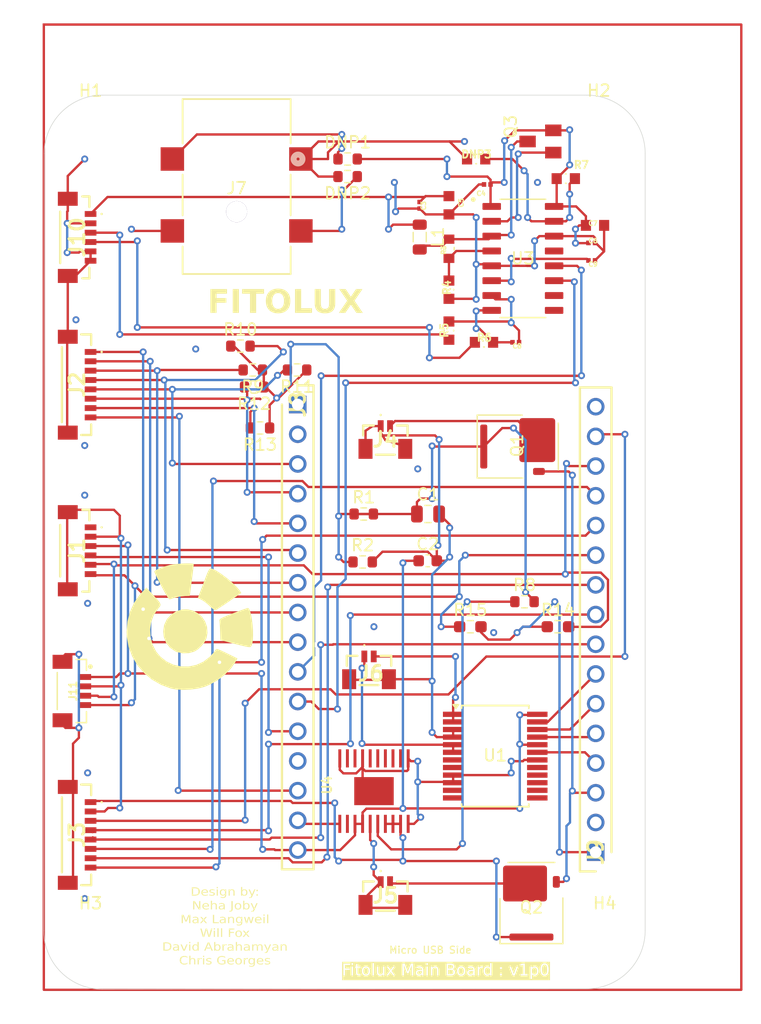
<source format=kicad_pcb>
(kicad_pcb (version 20240108) (generator "pcbnew") (generator_version "8.0")
  (layers (0 "F.Cu" signal) (1 "In1.Cu" signal) (2 "In2.Cu" signal) (31 "B.Cu" signal) (34 "B.Paste" user) (35 "F.Paste" user) (36 "B.SilkS" user "B.Silkscreen") (37 "F.SilkS" user "F.Silkscreen") (38 "B.Mask" user) (39 "F.Mask" user) (44 "Edge.Cuts" user))
  (net 0 "")
  (net 1 "3V3EXT")
  (net 2 "GND")
  (net 3 "5VEXT")
  (net 4 "Net-(DNP1-Pad1)")
  (net 5 "Net-(DNP2-Pad1)")
  (net 6 "Net-(U3-RATE)")
  (net 7 "Net-(U4-RESET'_OR_PG)")
  (net 9 "MTR_DIR1")
  (net 12 "Net-(J6-Pad2)")
  (net 13 "MTR_IN1")
  (net 14 "MTR_EN1")
  (net 17 "MTR_DIR2")
  (net 18 "Net-(J6-Pad1)")
  (net 23 "VBR_MTR_EN1")
  (net 24 "Net-(Q1-S)")
  (net 26 "Net-(Q2-S)")
  (net 27 "LCD_CLK")
  (net 29 "LCD_CS")
  (net 30 "LCD_DS")
  (net 31 "LCD_DIN")
  (net 32 "LCD_RST")
  (net 33 "LCD_BL")
  (net 34 "SDA")
  (net 36 "SCL")
  (net 37 "Net-(U3-INA-)")
  (net 38 "Net-(U3-INA+)")
  (net 39 "Net-(U3-VBG)")
  (net 40 "/Load_Cell_and_Amplifier/A-")
  (net 41 "/Load_Cell_and_Amplifier/A+")
  (net 42 "Net-(Q3-C)")
  (net 43 "Net-(U3-VFB)")
  (net 44 "W_DAT")
  (net 46 "W_SCK")
  (net 49 "Net-(Q3-B)")
  (net 50 "IMU_VOUT")
  (net 52 "ANO_SW4")
  (net 53 "ANO_ENCA")
  (net 54 "ANO_COMA")
  (net 55 "ANO_SW2")
  (net 56 "ANO_SW1")
  (net 57 "ANO_SW3")
  (net 58 "ANO_SW5")
  (net 59 "ANO_ENCB")
  (net 61 "ANO_COMB")
  (net 70 "/Load_Cell_and_Amplifier/AVDD")
  (net 71 "/Motor/VBR_MTR_EN2")
  (footprint "LOGO" (layer "F.Cu") (at 62.5 101)
    (property "Reference" "")
    (property "Value" "LOGO" (hide yes))
  )
  (footprint "Inductor_SMD:L_0805_2012Metric" (layer "F.Cu") (at 82.17 67.675 -90)
    (property "Reference" "L1")
    (property "Value" "3.3uH")
  )
  (footprint "Resistor_SMD:R_0603_1608Metric" (layer "F.Cu") (at 66.825 77)
    (property "Reference" "R10")
    (property "Value" "4.7k")
  )
  (footprint "Package_SO:SSOP-24_5.3x8.2mm_P0.65mm" (layer "F.Cu") (at 88.63 112.065)
    (property "Reference" "U1")
    (property "Value" "TB6612FNG")
  )
  (footprint "LoadCellFootprints:0p1uF" (layer "F.Cu") (at 90.389 76.675 180)
    (property "Reference" "C8")
    (property "Value" "0.1uF")
  )
  (footprint "Footprints:2positionheader" (layer "F.Cu") (at 79.23 124.04)
    (property "Reference" "J5")
    (property "Value" "214721-0020" (hide yes))
  )
  (footprint "LoadCellFootprints:mmbt4403" (layer "F.Cu") (at 92.5 59.5 90)
    (property "Reference" "Q3")
    (property "Value" "MMBT4403")
  )
  (footprint "LoadCellFootprints:8p2k" (layer "F.Cu") (at 84.67 72.175 90)
    (property "Reference" "R4")
    (property "Value" "8.2K")
  )
  (footprint "LoadCellFootprints:10uF" (layer "F.Cu") (at 84.67 64.955 -90)
    (property "Reference" "C5")
    (property "Value" "10uF")
  )
  (footprint "Resistor_SMD:R_0603_1608Metric" (layer "F.Cu") (at 68.5 84 180)
    (property "Reference" "R13")
    (property "Value" "4.7k")
  )
  (footprint "Footprints:15posheader" (layer "F.Cu") (at 71.73 82 -90)
    (property "Reference" "J8")
    (property "Value" "61301611821" (hide yes))
  )
  (footprint "Footprints:6_pos_connector" (layer "F.Cu") (at 52.7 94.5 -90)
    (property "Reference" "J1")
    (property "Value" "214721-0061" (hide yes))
  )
  (footprint "Resistor_SMD:R_0603_1608Metric" (layer "F.Cu") (at 77.285 95.46)
    (property "Reference" "R2")
    (property "Value" "30.1k")
  )
  (footprint "LoadCellFootprints:6_pos_connector" (layer "F.Cu") (at 52.7 67.7 -90)
    (property "Reference" "J10")
    (property "Value" "214721-0061" (hide yes))
  )
  (footprint "Footprints:4positionheader" (layer "F.Cu") (at 52.4 106.5 -90)
    (property "Reference" "J11")
    (property "Value" "2147210040")
  )
  (footprint "Resistor_SMD:R_0603_1608Metric" (layer "F.Cu") (at 67.885 79.04 180)
    (property "Reference" "R9")
    (property "Value" "4.7k")
  )
  (footprint "LoadCellFootprints:10k" (layer "F.Cu") (at 87 61)
    (property "Reference" "DNP3")
    (property "Value" "0")
  )
  (footprint "Footprints:2positionheader" (layer "F.Cu") (at 79.23 85.04)
    (property "Reference" "J4")
    (property "Value" "214721-0020" (hide yes))
  )
  (footprint "LoadCellFootprints:0p1uF" (layer "F.Cu") (at 82.17 64.956 -90)
    (property "Reference" "C3")
    (property "Value" "0.1uF")
  )
  (footprint "MountingHole:MountingHole_3.2mm_M3_ISO7380" (layer "F.Cu") (at 54 59)
    (property "Reference" "H1")
    (property "Value" "MountingHole")
  )
  (footprint "Footprints:ADC-028-x-T&slash_R-PA10T_ADM" (layer "F.Cu") (at 66.500001 63.3533)
    (property "Reference" "J7")
    (property "Value" "ADC-028-1-T/R-PA10T")
  )
  (footprint "LoadCellFootprints:0p1uF" (layer "F.Cu") (at 96.889 69.675 180)
    (property "Reference" "C9")
    (property "Value" "0.1uF")
  )
  (footprint "Transistor_Power:GaN_Systems_GaNPX-3_5x6.6mm_Drain3.76x0.6mm" (layer "F.Cu") (at 90.56 85.59 90)
    (property "Reference" "Q1")
    (property "Value" "NMOS")
  )
  (footprint "Resistor_SMD:R_0603_1608Metric_Pad0.98x0.95mm_HandSolder" (layer "F.Cu") (at 86.5 101)
    (property "Reference" "R15")
    (property "Value" "4.7k")
  )
  (footprint "Footprints:TPS75233QPWPREP" (layer "F.Cu") (at 78.23 115.04 90)
    (property "Reference" "U4")
    (property "Value" "TPS75233QPWPREP")
  )
  (footprint "MountingHole:MountingHole_3.2mm_M3_ISO7380" (layer "F.Cu") (at 98 128.5)
    (property "Reference" "H4")
    (property "Value" "MountingHole")
  )
  (footprint "LoadCellFootprints:0p1uF" (layer "F.Cu") (at 87.951 63.175 180)
    (property "Reference" "C4")
    (property "Value" "0.1uF")
  )
  (footprint "Footprints:8positionheader" (layer "F.Cu") (at 52.8 80.3 -90)
    (property "Reference" "J2")
    (property "Value" "214721-0100" (hide yes))
  )
  (footprint "MountingHole:MountingHole_3.2mm_M3_ISO7380" (layer "F.Cu") (at 54 128.5)
    (property "Reference" "H3")
    (property "Value" "MountingHole")
  )
  (footprint "LoadCellFootprints:100ohm" (layer "F.Cu") (at 87.67 76.675)
    (property "Reference" "R6")
    (property "Value" "100")
  )
  (footprint "Footprints:8positionheader" (layer "F.Cu") (at 52.8 118.8 -90)
    (property "Reference" "J3")
    (property "Value" "214721-0080" (hide yes))
  )
  (footprint "LoadCellFootprints:100ohm" (layer "F.Cu") (at 84.67 75.675 90)
    (property "Reference" "R5")
    (property "Value" "100")
  )
  (footprint "Transistor_Power:GaN_Systems_GaNPX-3_5x6.6mm_Drain3.76x0.6mm" (layer "F.Cu") (at 91.73 124.63 180)
    (property "Reference" "Q2")
    (property "Value" "NMOS")
  )
  (footprint "LoadCellFootprints:0p1uF" (layer "F.Cu") (at 96.889 68.175)
    (property "Reference" "C6")
    (property "Value" "0.1uF")
  )
  (footprint "LoadCellFootprints:10uF" (layer "F.Cu") (at 97.17 66.675)
    (property "Reference" "C7")
    (property "Value" "10uF")
  )
  (footprint "Footprints:15posheader" (layer "F.Cu") (at 97.23 120.28 90)
    (property "Reference" "J9")
    (property "Value" "61301611821" (hide yes))
  )
  (footprint "LoadCellFootprints:10k" (layer "F.Cu") (at 94.67 62.675 180)
    (property "Reference" "R7")
    (property "Value" "10K")
  )
  (footprint "Capacitor_SMD:C_0805_2012Metric" (layer "F.Cu") (at 82.88 91.36)
    (property "Reference" "C1")
    (property "Value" "47 uF")
  )
  (footprint "Resistor_SMD:R_0603_1608Metric" (layer "F.Cu") (at 71.675 79.04 180)
    (property "Reference" "R11")
    (property "Value" "4.7k")
  )
  (footprint "Resistor_SMD:R_0603_1608Metric" (layer "F.Cu") (at 91.135 98.86)
    (property "Reference" "R8")
    (property "Value" "250k")
  )
  (footprint "Resistor_SMD:R_0603_1608Metric" (layer "F.Cu") (at 77.38 91.36)
    (property "Reference" "R1")
    (property "Value" "53.6k")
  )
  (footprint "LoadCellFootprints:HX711" (layer "F.Cu") (at 91 69.5)
    (property "Reference" "U3")
    (property "Value" "HX711")
  )
  (footprint "Resistor_SMD:R_0603_1608Metric" (layer "F.Cu") (at 76 61)
    (property "Reference" "DNP1")
    (property "Value" "0")
  )
  (footprint "Resistor_SMD:R_0603_1608Metric" (layer "F.Cu") (at 76 62.5 180)
    (property "Reference" "DNP2")
    (property "Value" "0")
  )
  (footprint "Capacitor_SMD:C_0603_1608Metric" (layer "F.Cu") (at 82.855 95.36)
    (property "Reference" "C2")
    (property "Value" "0.22 uF")
  )
  (footprint "Footprints:2positionheader" (layer "F.Cu") (at 77.83 104.74)
    (property "Reference" "J6")
    (property "Value" "214721-0020" (hide yes))
  )
  (footprint "MountingHole:MountingHole_3.2mm_M3_ISO7380" (layer "F.Cu") (at 97.5 59)
    (property "Reference" "H2")
    (property "Value" "MountingHole")
  )
  (footprint "Resistor_SMD:R_0603_1608Metric_Pad0.98x0.95mm_HandSolder" (layer "F.Cu") (at 94 101)
    (property "Reference" "R14")
    (property "Value" "4.7k")
  )
  (footprint "LoadCellFootprints:20k" (layer "F.Cu") (at 84.67 68.675 90)
    (property "Reference" "R3")
    (property "Value" "20k")
  )
  (footprint "Resistor_SMD:R_0603_1608Metric" (layer "F.Cu") (at 68 80.5 180)
    (property "Reference" "R12")
    (property "Value" "4.7k")
  )
  (gr_line (start 78.13 83.84) (end 78.73 83.84) (stroke (width 0.2)) (layer "F.Cu") (net 2))
  (gr_rect (start 50 49.5) (end 109.69 132.05) (stroke (width 0.2)) (fill none) (layer "F.Cu") (net 31))
  (gr_line (start 53 110.5) (end 53 109.5) (stroke (width 0.2)) (layer "F.Cu") (net 2))
  (gr_line (start 52 91.5) (end 52 97.5) (stroke (width 0.2)) (layer "F.Cu") (net 2))
  (gr_line (start 52 84.5) (end 52 76) (stroke (width 0.2)) (layer "F.Cu") (net 2))
  (gr_line (start 77.53 85.44) (end 77.53 84.24) (stroke (width 0.2)) (layer "F.Cu") (net 2))
  (gr_line (start 80.53 85.44) (end 79.23 85.04) (stroke (width 0.2)) (layer "F.Cu") (net 2))
  (gr_line (start 77.53 84.24) (end 78.13 83.84) (stroke (width 0.2)) (layer "F.Cu") (net 2))
  (gr_line (start 56.5 91.5) (end 56.5 93.5) (stroke (width 0.2)) (layer "F.Cu") (net 2))
  (gr_line (start 56 91) (end 56.5 91.5) (stroke (width 0.2)) (layer "F.Cu") (net 2))
  (gr_line (start 79.23 85.04) (end 78.73 84.24) (stroke (width 0.2)) (layer "F.Cu") (net 2))
  (gr_line (start 52 91) (end 56 91) (stroke (width 0.2)) (layer "F.Cu") (net 2))
  (gr_line (start 52.5 114.5) (end 52.5 111) (stroke (width 0.2)) (layer "F.Cu") (net 2))
  (gr_line (start 52.5 115) (end 52.5 123) (stroke (width 0.2)) (layer "F.Cu") (net 2))
  (gr_line (start 52.5 111) (end 53 110.5) (stroke (width 0.2)) (layer "F.Cu") (net 2))
  (gr_line (start 77.73 125.04) (end 81.23 125.04) (stroke (width 0.2)) (layer "F.Cu") (net 2))
  (gr_line (start 76.23 105.54) (end 79.73 105.54) (stroke (width 0.2)) (layer "F.Cu") (net 2))
  (gr_line (start 97.73 84.54) (end 99.73 84.54) (stroke (width 0.2)) (layer "F.Cu") (net 31))
  (gr_line (start 99.73 103.54) (end 99.73 84.54) (stroke (width 0.2)) (layer "B.Cu") (net 31))
  (gr_line (start 67.23 107.54) (end 67.23 117.54) (stroke (width 0.2)) (layer "B.Cu") (net 31))
  (gr_arc (start 55 132) (mid 51.464466 130.535534) (end 50 127) (stroke (width 0.05)) (layer "Edge.Cuts"))
  (gr_line (start 55.035535 55.535536) (end 96.464466 55.535534) (stroke (width 0.05)) (layer "Edge.Cuts"))
  (gr_arc (start 101.464466 126.964466) (mid 100 130.5) (end 96.464466 131.964466) (stroke (width 0.05)) (layer "Edge.Cuts"))
  (gr_line (start 101.464466 60.535534) (end 101.464466 126.964466) (stroke (width 0.05)) (layer "Edge.Cuts"))
  (gr_arc (start 96.464466 55.535534) (mid 100 57) (end 101.464466 60.535534) (stroke (width 0.05)) (layer "Edge.Cuts"))
  (gr_line (start 50 127) (end 50.035535 60.535536) (stroke (width 0.05)) (layer "Edge.Cuts"))
  (gr_line (start 96.464466 131.964466) (end 55 132) (stroke (width 0.05)) (layer "Edge.Cuts"))
  (gr_arc (start 50.035535 60.535536) (mid 51.5 57) (end 55.035535 55.535536) (stroke (width 0.05)) (layer "Edge.Cuts"))
  (gr_text "Design by:\nNeha Joby\nMax Langweil\nWill Fox\nDavid Abrahamyan\nChris Georges" (at 65.5 130 0) (layer "F.SilkS") (effects (font (size 0.7 0.8) (thickness 0.125)) (justify bottom)))
  (gr_text "FITOLUX" (at 64 74.5 0) (layer "F.SilkS") (effects (font (size 2 2) (thickness 0.2) (bold yes)) (justify left bottom)))
  (gr_text "Micro USB Side\n" (at 79.5 129 0) (layer "F.SilkS") (effects (font (size 0.6 0.6) (thickness 0.1)) (justify left bottom)))
  (gr_text "Fitolux Main Board : v1p0" (at 75.5 131 0) (layer "F.SilkS" knockout) (effects (font (size 1 1)) (justify left bottom)))
  (segment (start 76.4675 91.36) (end 75.41 91.36) (width 0.2) (layer "F.Cu") (net 1))
  (segment (start 68.71 79.04) (end 68.31 79.04) (width 0.2) (layer "F.Cu") (net 1))
  (segment (start 71.205 76.915) (end 71.13 76.84) (width 0.2) (layer "F.Cu") (net 1))
  (segment (start 94.13 120.28) (end 97.23 120.28) (width 0.2) (layer "F.Cu") (net 1))
  (segment (start 80.53 117.86) (end 79.23 117.86) (width 0.2) (layer "F.Cu") (net 1))
  (segment (start 91.96 98.86) (end 91.96 98.77) (width 0.2) (layer "F.Cu") (net 1))
  (segment (start 75.41 91.36) (end 75.23 91.54) (width 0.2) (layer "F.Cu") (net 1))
  (segment (start 74.895687 116.07) (end 71.295075 116.07) (width 0.2) (layer "F.Cu") (net 1))
  (segment (start 75.65 95.46) (end 75.23 95.04) (width 0.2) (layer "F.Cu") (net 1))
  (segment (start 87.5125 100.9) (end 87.4125 101) (width 0.2) (layer "F.Cu") (net 1))
  (segment (start 71.125075 115.9) (end 54.1 115.9) (width 0.2) (layer "F.Cu") (net 1))
  (segment (start 90.5 101.5) (end 89.9 102.1) (width 0.2) (layer "F.Cu") (net 1))
  (segment (start 80.53 117.86) (end 80.53 118.84) (width 0.2) (layer "F.Cu") (net 1))
  (segment (start 89.23 84.01) (end 87.65 85.59) (width 0.2) (layer "F.Cu") (net 1))
  (segment (start 93.0875 101) (end 92.9875 100.9) (width 0.2) (layer "F.Cu") (net 1))
  (segment (start 76.4675 91.36) (end 81.93 91.36) (width 0.2) (layer "F.Cu") (net 1))
  (segment (start 68.31 79.04) (end 66.27 77) (width 0.2) (layer "F.Cu") (net 1))
  (segment (start 68.825 80.5) (end 68.99 80.5) (width 0.2) (layer "F.Cu") (net 1))
  (segment (start 75.23 121.04) (end 75.33 120.94) (width 0.2) (layer "F.Cu") (net 1))
  (segment (start 66.27 77) (end 66 77) (width 0.2) (layer "F.Cu") (net 1))
  (segment (start 69.325 84) (end 69.325 82.045) (width 0.2) (layer "F.Cu") (net 1))
  (segment (start 72.5 79.04) (end 70.1 81.44) (width 0.2) (layer "F.Cu") (net 1))
  (segment (start 69.325 82.045) (end 69.93 81.44) (width 0.2) (layer "F.Cu") (net 1))
  (segment (start 68.825 80.5) (end 68.825 79.155) (width 0.2) (layer "F.Cu") (net 1))
  (segment (start 83.23 90.04) (end 82.23 90.04) (width 0.2) (layer "F.Cu") (net 1))
  (segment (start 81.93 90.34) (end 81.93 91.36) (width 0.2) (layer "F.Cu") (net 1))
  (segment (start 83.28 85.59) (end 83.23 85.54) (width 0.2) (layer "F.Cu") (net 1))
  (segment (start 76.46 95.46) (end 75.65 95.46) (width 0.2) (layer "F.Cu") (net 1))
  (segment (start 91 101) (end 93.0875 101) (width 0.2) (layer "F.Cu") (net 1))
  (segment (start 91.73 127.54) (end 88.73 127.54) (width 0.2) (layer "F.Cu") (net 1))
  (segment (start 87.65 85.59) (end 83.28 85.59) (width 0.2) (layer "F.Cu") (net 1))
  (segment (start 80.63 120.94) (end 80.73 121.04) (width 0.2) (layer "F.Cu") (net 1))
  (segment (start 68.825 79.155) (end 68.71 79.04) (width 0.2) (layer "F.Cu") (net 1))
  (segment (start 89.9 102.1) (end 88.0375 102.1) (width 0.2) (layer "F.Cu") (net 1))
  (segment (start 76.4675 91.36) (end 78.2925 91.36) (width 0.2) (layer "F.Cu") (net 1))
  (segment (start 68.99 80.5) (end 69.93 81.44) (width 0.2) (layer "F.Cu") (net 1))
  (segment (start 80.53 118.84) (end 80.73 119.04) (width 0.2) (layer "F.Cu") (net 1))
  (segment (start 54.1 115.9) (end 54 116) (width 0.2) (layer "F.Cu") (net 1))
  (segment (start 87.4125 101.475) (end 87.4125 101) (width 0.2) (layer "F.Cu") (net 1))
  (segment (start 75.33 120.94) (end 80.63 120.94) (width 0.2) (layer "F.Cu") (net 1))
  (segment (start 71.295075 116.07) (end 71.125075 115.9) (width 0.2) (layer "F.Cu") (net 1))
  (segment (start 88.0375 102.1) (end 87.4125 101.475) (width 0.2) (layer "F.Cu") (net 1))
  (segment (start 90.195 84.01) (end 89.23 84.01) (width 0.2) (layer "F.Cu") (net 1))
  (segment (start 82.23 90.04) (end 81.93 90.34) (width 0.2) (layer "F.Cu") (net 1))
  (segment (start 91.96 98.77) (end 91.23 98.04) (width 0.2) (layer "F.Cu") (net 1))
  (segment (start 80.53 117.86) (end 79.88 117.86) (width 0.2) (layer "F.Cu") (net 1))
  (segment (start 70.1 81.44) (end 69.93 81.44) (width 0.2) (layer "F.Cu") (net 1))
  (segment (start 90.5 101.5) (end 91 101) (width 0.2) (layer "F.Cu") (net 1))
  (segment (start 80.73 121.04) (end 88.73 121.04) (width 0.2) (layer "F.Cu") (net 1))
  (via (at 71.13 76.84) (size 0.6) (drill 0.3) (layers "F.Cu" "B.Cu") (net 1))
  (via (at 88.73 127.54) (size 0.6) (drill 0.3) (layers "F.Cu" "B.Cu") (net 1))
  (via (at 80.73 121.04) (size 0.6) (drill 0.3) (layers "F.Cu" "B.Cu") (net 1))
  (via (at 90.195 84.01) (size 0.6) (drill 0.3) (layers "F.Cu" "B.Cu") (net 1))
  (via (at 75.23 91.54) (size 0.6) (drill 0.3) (layers "F.Cu" "B.Cu") (net 1))
  (via (at 83.23 85.54) (size 0.6) (drill 0.3) (layers "F.Cu" "B.Cu") (net 1))
  (via (at 88.73 121.04) (size 0.6) (drill 0.3) (layers "F.Cu" "B.Cu") (net 1))
  (via (at 80.73 119.04) (size 0.6) (drill 0.3) (layers "F.Cu" "B.Cu") (net 1))
  (via (at 75.23 121.04) (size 0.6) (drill 0.3) (layers "F.Cu" "B.Cu") (net 1))
  (via (at 90.5 101.5) (size 0.6) (drill 0.3) (layers "F.Cu" "B.Cu") (net 1))
  (via (at 69.93 81.44) (size 0.6) (drill 0.3) (layers "F.Cu" "B.Cu") (net 1))
  (via (at 74.895687 116.07) (size 0.6) (drill 0.3) (layers "F.Cu" "B.Cu") (net 1))
  (via (at 75.23 95.04) (size 0.6) (drill 0.3) (layers "F.Cu" "B.Cu") (net 1))
  (via (at 93.73 98.86) (size 0.6) (drill 0.3) (layers "F.Cu" "B.Cu") (net 1))
  (via (at 94.13 120.28) (size 0.6) (drill 0.3) (layers "F.Cu" "B.Cu") (net 1))
  (via (at 83.23 90.04) (size 0.6) (drill 0.3) (layers "F.Cu" "B.Cu") (net 1))
  (via (at 91.23 98.04) (size 0.6) (drill 0.3) (layers "F.Cu" "B.Cu") (net 1))
  (segment (start 74.895687 120.705687) (end 75.23 121.04) (width 0.2) (layer "B.Cu") (net 1))
  (segment (start 74.895687 116.07) (end 74.895687 120.705687) (width 0.2) (layer "B.Cu") (net 1))
  (segment (start 74.13 76.84) (end 75.23 77.94) (width 0.2) (layer "B.Cu") (net 1))
  (segment (start 90.5 101.5) (end 91 101) (width 0.2) (layer "B.Cu") (net 1))
  (segment (start 71.13 76.84) (end 74.13 76.84) (width 0.2) (layer "B.Cu") (net 1))
  (segment (start 90.195 84.01) (end 91.23 85.045) (width 0.2) (layer "B.Cu") (net 1))
  (segment (start 91 101) (end 91.59 101) (width 0.2) (layer "B.Cu") (net 1))
  (segment (start 83.23 85.54) (end 83.23 90.04) (width 0.2) (layer "B.Cu") (net 1))
  (segment (start 91.23 85.045) (end 91.23 98.04) (width 0.2) (layer "B.Cu") (net 1))
  (segment (start 88.73 127.54) (end 88.73 121.04) (width 0.2) (layer "B.Cu") (net 1))
  (segment (start 80.73 119.04) (end 80.73 121.04) (width 0.2) (layer "B.Cu") (net 1))
  (segment (start 75.23 91.54) (end 75.23 95.04) (width 0.2) (layer "B.Cu") (net 1))
  (segment (start 91.59 101) (end 93.73 98.86) (width 0.2) (layer "B.Cu") (net 1))
  (segment (start 75.23 77.94) (end 75.23 91.54) (width 0.2) (layer "B.Cu") (net 1))
  (segment (start 71.13 80.24) (end 69.93 81.44) (width 0.2) (layer "B.Cu") (net 1))
  (segment (start 94.13 99.26) (end 94.13 120.28) (width 0.2) (layer "B.Cu") (net 1))
  (segment (start 93.73 98.86) (end 94.13 99.26) (width 0.2) (layer "B.Cu") (net 1))
  (segment (start 71.13 76.84) (end 71.13 80.24) (width 0.2) (layer "B.Cu") (net 1))
  (segment (start 54 93.3) (end 56.465687 93.3) (width 0.2) (layer "F.Cu") (net 2))
  (segment (start 80.1 65.5) (end 80.363 65.237) (width 0.2) (layer "F.Cu") (net 2))
  (segment (start 52.05 71) (end 52.7 71) (width 0.2) (layer "F.Cu") (net 2))
  (segment (start 52 69) (end 53 69) (width 0.2) (layer "F.Cu") (net 2))
  (segment (start 52 66.5) (end 52 65.5) (width 0.2) (layer "F.Cu") (net 2))
  (segment (start 77.53 124.79) (end 77.53 124.14) (width 0.2) (layer "F.Cu") (net 2))
  (segment (start 82.668 65.735) (end 82.17 65.237) (width 0.2) (layer "F.Cu") (net 2))
  (segment (start 92 70.14) (end 91.36 70.14) (width 0.2) (layer "F.Cu") (net 2))
  (segment (start 52.25 64.75) (end 52.3 64.8) (width 0.2) (layer "F.Cu") (net 2))
  (segment (start 86.955 72.955) (end 84.67 72.955) (width 0.2) (layer "F.Cu") (net 2))
  (segment (start 84.73 92.26) (end 83.83 91.36) (width 0.2) (layer "F.Cu") (net 2))
  (segment (start 56.5 106.1) (end 56.6 106) (width 0.2) (layer "F.Cu") (net 2))
  (segment (start 97.23 68.175) (end 97.95 68.895) (width 0.2) (layer "F.Cu") (net 2))
  (segment (start 75.251471 59.5) (end 75.748529 59.5) (width 0.2) (layer "F.Cu") (net 2))
  (segment (start 77.28 114.085) (end 78.255 115.06) (width 0.2) (layer "F.Cu") (net 2))
  (segment (start 78.11 95.46) (end 78.985 94.585) (width 0.2) (layer "F.Cu") (net 2))
  (segment (start 85.03 110.44) (end 85.03 109.79) (width 0.2) (layer "F.Cu") (net 2))
  (segment (start 53 109.65) (end 51.85 109.65) (width 0.2) (layer "F.Cu") (net 2))
  (segment (start 78.23 122.24) (end 78.83 122.84) (width 0.2) (layer "F.Cu") (net 2))
  (segment (start 72.03 117.86) (end 71.73 117.56) (width 0.2) (layer "F.Cu") (net 2))
  (segment (start 51.2 104) (end 51.85 103.35) (width 0.2) (layer "F.Cu") (net 2))
  (segment (start 75.33 112.26) (end 75.33 113.235) (width 0.2) (layer "F.Cu") (net 2))
  (segment (start 91.355 70.135) (end 88.33 70.135) (width 0.2) (layer "F.Cu") (net 2))
  (segment (start 73.5 59.5) (end 84.72 59.5) (width 0.2) (layer "F.Cu") (net 2))
  (segment (start 56.465687 93.3) (end 56.6 93.434313) (width 0.2) (layer "F.Cu") (net 2))
  (segment (start 52 65.5) (end 52.05 65.45) (width 0.2) (layer "F.Cu") (net 2))
  (segment (start 83.63 95.36) (end 84.41 95.36) (width 0.2) (layer "F.Cu") (net 2))
  (segment (start 84.73 92.54) (end 84.73 92.26) (width 0.2) (layer "F.Cu") (net 2))
  (segment (start 75.175 62.5) (end 73.5 62.5) (width 0.2) (layer "F.Cu") (net 2))
  (segment (start 73.5 62.5) (end 72 61) (width 0.2) (layer "F.Cu") (net 2))
  (segment (start 77.53 124.14) (end 78.83 122.84) (width 0.2) (layer "F.Cu") (net 2))
  (segment (start 51.85 103.35) (end 53 103.35) (width 0.2) (layer "F.Cu") (net 2))
  (segment (start 56.5 116.5) (end 55.5 116.5) (width 0.2) (layer "F.Cu") (net 2))
  (segment (start 91.11 112.39) (end 92.23 112.39) (width 0.2) (layer "F.Cu") (net 2))
  (segment (start 77.505 113.335) (end 77.28 113.11) (width 0.2) (layer "F.Cu") (net 2))
  (segment (start 53.1 68.9) (end 54 68.9) (width 0.2) (layer "F.Cu") (net 2))
  (segment (start 77.93 117.86) (end 77.93 119.24) (width 0.2) (layer "F.Cu") (net 2))
  (segment (start 72 61) (end 73.5 59.5) (width 0.2) (layer "F.Cu") (net 2))
  (segment (start 85.03 114.34) (end 85.03 113.69) (width 0.2) (layer "F.Cu") (net 2))
  (segment (start 84.67 65.735) (end 86.735 65.735) (width 0.2) (layer "F.Cu") (net 2))
  (segment (start 84.67 65.735) (end 87.23 63.175) (width 0.2) (layer "F.Cu") (net 2))
  (segment (start 85.03 113.69) (end 89.81 113.69) (width 0.2) (layer "F.Cu") (net 2))
  (segment (start 81.08 113.335) (end 77.505 113.335) (width 0.2) (layer "F.Cu") (net 2))
  (segment (start 80.363 65.237) (end 82.17 65.237) (width 0.2) (layer "F.Cu") (net 2))
  (segment (start 54 66.5) (end 52 66.5) (width 0.2) (layer "F.Cu") (net 2))
  (segment (start 97.95 68.895) (end 97.17 69.675) (width 0.2) (layer "F.Cu") (net 2))
  (segment (start 97.95 66.675) (end 97.95 68.895) (width 0.2) (layer "F.Cu") (net 2))
  (segment (start 83.63 110.44) (end 83.23 110.04) (width 0.2) (layer "F.Cu") (net 2))
  (segment (start 81.68 117.86) (end 81.18 117.86) (width 0.2) (layer "F.Cu") (net 2))
  (segment (start 82 112.5) (end 81.42 112.5) (width 0.2) (layer "F.Cu") (net 2))
  (segment (start 89.81 113.69) (end 90 113.5) (width 0.2) (layer "F.Cu") (net 2))
  (segment (start 83.63 95.36) (end 83.63 94.14) (width 0.2) (layer "F.Cu") (net 2))
  (segment (start 53 69) (end 53.1 68.9) (width 0.2) (layer "F.Cu") (net 2))
  (segment (start 75.33 117.86) (end 72.03 117.86) (width 0.2) (layer "F.Cu") (net 2))
  (segment (start 81.18 112.26) (end 81.18 113.235) (width 0.2) (layer "F.Cu") (net 2))
  (segment (start 77.28 112.99) (end 77.28 112.26) (width 0.2) (layer "F.Cu") (net 2))
  (segment (start 93.67 67.595) (end 97.018 67.595) (width 0.2) (layer "F.Cu") (net 2))
  (segment (start 84.41 95.36) (end 84.73 95.04) (width 0.2) (layer "F.Cu") (net 2))
  (segment (start 83.63 94.14) (end 83.73 94.04) (width 0.2) (layer "F.Cu") (net 2))
  (segment (start 52.7 71) (end 54 69.7) (width 0.2) (layer "F.Cu") (net 2))
  (segment (start 55.5 116.5) (end 55.2 116.8) (width 0.2) (layer "F.Cu") (net 2))
  (segment (start 90 112.5) (end 91 112.5) (width 0.2) (layer "F.Cu") (net 2))
  (segment (start 52.05 71) (end 52.05 76.2) (width 0.2) (layer "F.Cu") (net 2))
  (segment (start 97.17 68.175) (end 97.23 68.175) (width 0.2) (layer "F.Cu") (net 2))
  (segment (start 55.2 116.8) (end 54 116.8) (width 0.2) (layer "F.Cu") (net 2))
  (segment (start 93.67 67.595) (end 92.405 67.595) (width 0.2) (layer "F.Cu") (net 2))
  (segment (start 74.32 61) (end 74.32 60.431471) (width 0.2) (layer "F.Cu") (net 2))
  (segment (start 54 69.7) (end 54 68.9) (width 0.2) (layer "F.Cu") (net 2))
  (segment (start 54.25 68.9) (end 54 68.9) (width 0.2) (layer "F.Cu") (net 2))
  (segment (start 74.32 60.431471) (end 75.251471 59.5) (width 0.2) (layer "F.Cu") (net 2))
  (segment (start 87 70) (end 88.195 70) (width 0.2) (layer "F.Cu") (net 2))
  (segment (start 77.93 119.24) (end 78.23 119.54) (width 0.2) (layer "F.Cu") (net 2))
  (segment (start 78.23 121.54) (end 78.23 122.24) (width 0.2) (layer "F.Cu") (net 2))
  (segment (start 75.635 113.54) (end 76.73 113.54) (width 0.2) (layer "F.Cu") (net 2))
  (segment (start 84.96 114.27) (end 85.03 114.34) (width 0.2) (layer "F.Cu") (net 2))
  (segment (start 77.28 113.11) (end 77.28 112.26) (width 0.2) (layer "F.Cu") (net 2))
  (segment (start 53.15 106.1) (end 56.5 106.1) (width 0.2) (layer "F.Cu") (net 2))
  (segment (start 83.08 105.49) (end 79.53 105.49) (width 0.2) (layer "F.Cu") (net 2))
  (segment (start 97.018 67.595) (end 97.17 67.747) (width 0.2) (layer "F.Cu") (net 2))
  (segment (start 52.05 62.45) (end 53.5 61) (width 0.2) (layer "F.Cu") (net 2))
  (segment (start 78.985 94.585) (end 82.855 94.585) (width 0.2) (layer "F.Cu") (net 2))
  (segment (start 86.735 65.735) (end 87 66) (width 0.2) (layer "F.Cu") (net 2))
  (segment (start 83.23 105.64) (end 83.08 105.49) (width 0.2) (layer "F.Cu") (net 2))
  (segment (start 84.67 65.735) (end 82.668 65.735) (width 0.2) (layer "F.Cu") (net 2))
  (segment (start 91 112.5) (end 91.11 112.39) (width 0.2) (layer "F.Cu") (net 2))
  (segment (start 91.36 70.14) (end 91.355 70.135) (width 0.2) (layer "F.Cu") (net 2))
  (segment (start 85.03 110.44) (end 83.63 110.44) (width 0.2) (layer "F.Cu") (net 2))
  (segment (start 83.48 84.64) (end 78.93 84.64) (width 0.2) (layer "F.Cu") (net 2))
  (segment (start 72 61) (end 74.32 61) (width 0.2) (layer "F.Cu") (net 2))
  (segment (start 52.05 64.4) (end 52.05 62.45) (width 0.2) (layer "F.Cu") (net 2))
  (segment (start 78.93 84.64) (end 78.83 84.54) (width 0.2) (layer "F.Cu") (net 2))
  (segment (start 87.23 63.175) (end 87.67 63.175) (width 0.2) (layer "F.Cu") (net 2))
  (segment (start 97.17 67.747) (end 97.17 68.175) (width 0.2) (layer "F.Cu") (net 2))
  (segment (start 82.25 117.29) (end 81.68 117.86) (width 0.2) (layer "F.Cu") (net 2))
  (segment (start 92.405 67.595) (end 92 68) (width 0.2) (layer "F.Cu") (net 2))
  (segment (start 53.35 66.5) (end 54 66.5) (width 0.2) (layer "F.Cu") (net 2))
  (segment (start 88.195 70) (end 88.33 70.135) (width 0.2) (layer "F.Cu") (net 2))
  (segment (start 84.72 59.5) (end 86 59.5) (width 0.2) (layer "F.Cu") (net 2))
  (segment (start 83.63 95.36) (end 82.855 94.585) (width 0.2) (layer "F.Cu") (net 2))
  (segment (start 82 114.27) (end 84.96 114.27) (width 0.2) (layer "F.Cu") (net 2))
  (segment (start 81.18 113.235) (end 81.08 113.335) (width 0.2) (layer "F.Cu") (net 2))
  (segment (start 77.28 113.11) (end 77.28 114.085) (width 0.2) (layer "F.Cu") (net 2))
  (segment (start 83.83 84.99) (end 83.48 84.64) (width 0.2) (layer "F.Cu") (net 2))
  (segment (start 78.83 84.54) (end 78.83 83.84) (width 0.2) (layer "F.Cu") (net 2))
  (segment (start 84.72 59.5) (end 86.22 61) (width 0.2) (layer "F.Cu") (net 2))
  (segment (start 81.42 112.5) (end 81.18 112.26) (width 0.2) (layer "F.Cu") (net 2))
  (segment (start 76.73 113.54) (end 77.28 112.99) (width 0.2) (layer "F.Cu") (net 2))
  (segment (start 75.33 113.235) (end 75.635 113.54) (width 0.2) (layer "F.Cu") (net 2))
  (segment (start 52.05 65.45) (end 52.05 64.4) (width 0.2) (layer "F.Cu") (net 2))
  (segment (start 87 73) (end 86.955 72.955) (width 0.2) (layer "F.Cu") (net 2))
  (segment (start 51.85 109.65) (end 51.2 109) (width 0.2) (layer "F.Cu") (net 2))
  (via (at 82 87.5) (size 0.6) (drill 0.3) (layers "F.Cu" "B.Cu") (net 2))
  (via (at 82 112.5) (size 0.6) (drill 0.3) (layers "F.Cu" "B.Cu") (net 2))
  (via (at 52 66.5) (size 0.6) (drill 0.3) (layers "F.Cu" "B.Cu") (net 2))
  (via (at 78.23 121.54) (size 0.6) (drill 0.3) (layers "F.Cu" "B.Cu") (net 2))
  (via (at 92.25 63) (size 0.6) (drill 0.3) (layers "F.Cu" "B.Cu") (net 2))
  (via (at 86 59.5) (size 0.6) (drill 0.3) (layers "F.Cu" "B.Cu") (net 2))
  (via (at 53 109.65) (size 0.6) (drill 0.3) (layers "F.Cu" "B.Cu") (net 2))
  (via (at 78.25 101) (size 0.6) (drill 0.3) (layers "F.Cu" "B.Cu") (net 2))
  (via (at 83.23 110.04) (size 0.6) (drill 0.3) (layers "F.Cu" "B.Cu") (net 2))
  (via (at 83.73 94.04) (size 0.6) (drill 0.3) (layers "F.Cu" "B.Cu") (net 2))
  (via (at 53.75 99) (size 0.6) (drill 0.3) (layers "F.Cu" "B.Cu") (net 2))
  (via (at 78.23 119.54) (size 0.6) (drill 0.3) (layers "F.Cu" "B.Cu") (net 2))
  (via (at 63 77.25) (size 0.6) (drill 0.3) (layers "F.Cu" "B.Cu") (net 2))
  (via (at 80.1 65.5) (size 0.6) (drill 0.3) (layers "F.Cu" "B.Cu") (net 2))
  (via (at 92 70.14) (size 0.6) (drill 0.3) (layers "F.Cu" "B.Cu") (net 2))
  (via (at 56.6 106) (size 0.6) (drill 0.3) (layers "F.Cu" "B.Cu") (net 2))
  (via (at 87 66) (size 0.6) (drill 0.3) (layers "F.Cu" "B.Cu") (net 2))
  (via (at 56.5 116.5) (size 0.6) (drill 0.3) (layers "F.Cu" "B.Cu") (net 2))
  (via (at 53.5 61) (size 0.6) (drill 0.3) (layers "F.Cu" "B.Cu") (net 2))
  (via (at 87 70) (size 0.6) (drill 0.3) (layers "F.Cu" "B.Cu") (net 2))
  (via (at 53 103.35) (size 0.6) (drill 0.3) (layers "F.Cu" "B.Cu") (net 2))
  (via (at 87 73) (size 0.6) (drill 0.3) (layers "F.Cu" "B.Cu") (net 2))
  (via (at 82 114.27) (size 0.6) (drill 0.3) (layers "F.Cu" "B.Cu") (net 2))
  (via (at 90 112.5) (size 0.6) (drill 0.3) (layers "F.Cu" "B.Cu") (net 2))
  (via (at 52.75 74.75) (size 0.6) (drill 0.3) (layers "F.Cu" "B.Cu") (net 2))
  (via (at 53.5 89.75) (size 0.6) (drill 0.3) (layers "F.Cu" "B.Cu") (net 2))
  (via (at 56.6 93.434313) (size 0.6) (drill 0.3) (layers "F.Cu" "B.Cu") (net 2))
  (via (at 52 69) (size 0.6) (drill 0.3) (layers "F.Cu" "B.Cu") (net 2))
  (via (at 92 68) (size 0.6) (drill 0.3) (layers "F.Cu" "B.Cu") (net 2))
  (via (at 90 113.5) (size 0.6) (drill 0.3) (layers "F.Cu" "B.Cu") (net 2))
  (via (at 82.25 117.29) (size 0.6) (drill 0.3) (layers "F.Cu" "B.Cu") (net 2))
  (via (at 80 63) (size 0.6) (drill 0.3) (layers "F.Cu" "B.Cu") (net 2))
  (via (at 83.23 105.64) (size 0.6) (drill 0.3) (layers "F.Cu" "B.Cu") (net 2))
  (via (at 53.5 124.25) (size 0.6) (drill 0.3) (layers "F.Cu" "B.Cu") (net 2))
  (via (at 83.83 84.99) (size 0.6) (drill 0.3) (layers "F.Cu" "B.Cu") (net 2))
  (via (at 88.5 101.5) (size 0.6) (drill 0.3) (layers "F.Cu" "B.Cu") (net 2))
  (via (at 53.75 113.5) (size 0.6) (drill 0.3) (layers "F.Cu" "B.Cu") (net 2))
  (via (at 84.73 95.04) (size 0.6) (drill 0.3) (layers "F.Cu" "B.Cu") (net 2))
  (via (at 84.73 92.54) (size 0.6) (drill 0.3) (layers "F.Cu" "B.Cu") (net 2))
  (via (at 53.5 85.5) (size 0.6) (drill 0.3) (layers "F.Cu" "B.Cu") (net 2))
  (segment (start 87 73) (end 87 70) (width 0.2) (layer "B.Cu") (net 2))
  (segment (start 56.6 93.434313) (end 56.6 106) (width 0.2) (layer "B.Cu") (net 2))
  (segment (start 82.25 117.29) (end 82 117.04) (width 0.2) (layer "B.Cu") (net 2))
  (segment (start 52 66.5) (end 52 69) (width 0.2) (layer "B.Cu") (net 2))
  (segment (start 80 63) (end 80.1 63.1) (width 0.2) (layer "B.Cu") (net 2))
  (segment (start 83.83 84.99) (end 83.83 93.94) (width 0.2) (layer "B.Cu") (net 2))
  (segment (start 90 113.5) (end 90 112.5) (width 0.2) (layer "B.Cu") (net 2))
  (segment (start 84.73 95.04) (end 84.73 92.54) (width 0.2) (layer "B.Cu") (net 2))
  (segment (start 83.23 110.04) (end 83.23 105.64) (width 0.2) (layer "B.Cu") (net 2))
  (segment (start 83.83 93.94) (end 83.73 94.04) (width 0.2) (layer "B.Cu") (net 2))
  (segment (start 56.5 116.5) (end 56.6 116.4) (width 0.2) (layer "B.Cu") (net 2))
  (segment (start 56.6 116.4) (end 56.6 106) (width 0.2) (layer "B.Cu") (net 2))
  (segment (start 83.23 96.54) (end 84.73 95.04) (width 0.2) (layer "B.Cu") (net 2))
  (segment (start 53 103.35) (end 53 109.65) (width 0.2) (layer "B.Cu") (net 2))
  (segment (start 82 117.04) (end 82 114.27) (width 0.2) (layer "B.Cu") (net 2))
  (segment (start 82 114.27) (end 82 112.5) (width 0.2) (layer "B.Cu") (net 2))
  (segment (start 92 68) (end 92 70.14) (width 0.2) (layer "B.Cu") (net 2))
  (segment (start 78.23 119.54) (end 78.23 121.54) (width 0.2) (layer "B.Cu") (net 2))
  (segment (start 87 66) (end 87 70) (width 0.2) (layer "B.Cu") (net 2))
  (segment (start 83.23 105.64) (end 83.23 96.54) (width 0.2) (layer "B.Cu") (net 2))
  (segment (start 80.1 63.1) (end 80.1 65.5) (width 0.2) (layer "B.Cu") (net 2))
  (segment (start 92.18 108.54) (end 92.23 108.49) (width 0.2) (layer "F.Cu") (net 3))
  (segment (start 95.82 66.675) (end 95.5 66.995) (width 0.2) (layer "F.Cu") (net 3))
  (segment (start 77.28 116.885) (end 77.28 117.86) (width 0.2) (layer "F.Cu") (net 3))
  (segment (start 88.232 64.957) (end 88.33 65.055) (width 0.2) (layer "F.Cu") (net 3))
  (segment (start 80.73 116.54) (end 90.73 116.54) (width 0.2) (layer "F.Cu") (net 3))
  (segment (start 76.825 61) (end 84.5 61) (width 0.2) (layer "F.Cu") (net 3))
  (segment (start 96.39 66.675) (end 95.82 66.675) (width 0.2) (layer "F.Cu") (net 3))
  (segment (start 93.67 65.055) (end 95.555 65.055) (width 0.2) (layer "F.Cu") (net 3))
  (segment (start 90.78 111.09) (end 90.73 111.04) (width 0.2) (layer "F.Cu") (net 3))
  (segment (start 93.6 58.55) (end 94.95 58.55) (width 0.2) (layer "F.Cu") (net 3))
  (segment (start 94.95 58.55) (end 95 58.5) (width 0.2) (layer "F.Cu") (net 3))
  (segment (start 88.232 63.175) (end 88.232 64.957) (width 0.2) (layer "F.Cu") (net 3))
  (segment (start 80.91 95.36) (end 80.73 95.54) (width 0.2) (layer "F.Cu") (net 3))
  (segment (start 90.73 108.54) (end 92.18 108.54) (width 0.2) (layer "F.Cu") (net 3))
  (segment (start 77.605 116.56) (end 77.28 116.885) (width 0.2) (layer "F.Cu") (net 3))
  (segment (start 57.105863 94.1) (end 57.2 94.005863) (width 0.2) (layer "F.Cu") (net 3))
  (segment (start 57.650001 67.150001) (end 61.000002 67.150001) (width 0.2) (layer "F.Cu") (net 3))
  (segment (start 82.08 95.36) (end 80.91 95.36) (width 0.2) (layer "F.Cu") (net 3))
  (segment (start 57.5 67) (end 57.650001 67.150001) (width 0.2) (layer "F.Cu") (net 3))
  (segment (start 54 94.1) (end 57.105863 94.1) (width 0.2) (layer "F.Cu") (net 3))
  (segment (start 76.63 117.86) (end 76.63 118.835) (width 0.2) (layer "F.Cu") (net 3))
  (segment (start 56.5 105) (end 56.2 105.3) (width 0.2) (layer "F.Cu") (net 3))
  (segment (start 69.73 120.04) (end 69.79 120.1) (width 0.2) (layer "F.Cu") (net 3))
  (segment (start 76.63 118.835) (end 75.365 120.1) (width 0.2) (layer "F.Cu") (net 3))
  (segment (start 88.407 63) (end 88.232 63.175) (width 0.2) (layer "F.Cu") (net 3))
  (segment (start 92.23 111.09) (end 90.78 111.09) (width 0.2) (layer "F.Cu") (net 3))
  (segment (start 89.368626 59.5) (end 89.434313 59.434313) (width 0.2) (layer "F.Cu") (net 3))
  (segment (start 88.232 62.775) (end 88.232 63.175) (width 0.2) (layer "F.Cu") (net 3))
  (segment (start 87.957 62.5) (end 88.232 62.775) (width 0.2) (layer "F.Cu") (net 3))
  (segment (start 93.89 62.675) (end 93.89 64.835) (width 0.2) (layer "F.Cu") (net 3))
  (segment (start 69.79 120.1) (end 71.73 120.1) (width 0.2) (layer "F.Cu") (net 3))
  (segment (start 90.318626 58.55) (end 89.434313 59.434313) (width 0.2) (layer "F.Cu") (net 3))
  (segment (start 84.5 62.5) (end 87.957 62.5) (width 0.2) (layer "F.Cu") (net 3))
  (segment (start 68.73 120.04) (end 69.73 120.04) (width 0.2) (layer "F.Cu") (net 3))
  (segment (start 95 61.565) (end 93.89 62.675) (width 0.2) (layer "F.Cu") (net 3))
  (segment (start 95 61.5) (end 95 61.565) (width 0.2) (layer "F.Cu") (net 3))
  (segment (start 93.89 64.835) (end 93.67 65.055) (width 0.2) (layer "F.Cu") (net 3))
  (segment (start 57.2 105) (end 56.5 105) (width 0.2) (layer "F.Cu") (net 3))
  (segment (start 95.555 65.055) (end 96.39 65.89) (width 0.2) (layer "F.Cu") (net 3))
  (segment (start 76.63 117.86) (end 77.28 117.86) (width 0.2) (layer "F.Cu") (net 3))
  (segment (start 75.365 120.1) (end 71.73 120.1) (width 0.2) (layer "F.Cu") (net 3))
  (segment (start 56.2 105.3) (end 53.15 105.3) (width 0.2) (layer "F.Cu") (net 3))
  (segment (start 57.2 105) (end 68.63 105) (width 0.2) (layer "F.Cu") (net 3))
  (segment (start 80.71 116.56) (end 77.605 116.56) (width 0.2) (layer "F.Cu") (net 3))
  (segment (start 96.39 65.89) (end 96.39 66.675) (width 0.2) (layer "F.Cu") (net 3))
  (segment (start 95.5 68.195) (end 96.588 68.195) (width 0.2) (layer "F.Cu") (net 3))
  (segment (start 93.6 58.55) (end 90.318626 58.55) (width 0.2) (layer "F.Cu") (net 3))
  (segment (start 80.73 116.54) (end 80.71 116.56) (width 0.2) (layer "F.Cu") (net 3))
  (segment (start 96.588 68.195) (end 96.608 68.175) (width 0.2) (layer "F.Cu") (net 3))
  (segment (start 89.4 63) (end 88.407 63) (width 0.2) (layer "F.Cu") (net 3))
  (via (at 95.5 66.995) (size 0.6) (drill 0.3) (layers "F.Cu" "B.Cu") (net 3))
  (via (at 89.434313 59.434313) (size 0.6) (drill 0.3) (layers "F.Cu" "B.Cu") (net 3))
  (via (at 84.5 61) (size 0.6) (drill 0.3) (layers "F.Cu" "B.Cu") (net 3))
  (via (at 80.73 116.54) (size 0.6) (drill 0.3) (layers "F.Cu" "B.Cu") (net 3))
  (via (at 95 58.5) (size 0.6) (drill 0.3) (layers "F.Cu" "B.Cu") (net 3))
  (via (at 57.2 94.005863) (size 0.6) (drill 0.3) (layers "F.Cu" "B.Cu") (net 3))
  (via (at 95.5 68.195) (size 0.6) (drill 0.3) (layers "F.Cu" "B.Cu") (net 3))
  (via (at 84.5 62.5) (size 0.6) (drill 0.3) (layers "F.Cu" "B.Cu") (net 3))
  (via (at 90.73 108.54) (size 0.6) (drill 0.3) (layers "F.Cu" "B.Cu") (net 3))
  (via (at 68.73 120.04) (size 0.6) (drill 0.3) (layers "F.Cu" "B.Cu") (net 3))
  (via (at 57.5 67) (size 0.6) (drill 0.3) (layers "F.Cu" "B.Cu") (net 3))
  (via (at 89.4 63) (size 0.6) (drill 0.3) (layers "F.Cu" "B.Cu") (net 3))
  (via (at 90.73 116.54) (size 0.6) (drill 0.3) (layers "F.Cu" "B.Cu") (net 3))
  (via (at 90.73 111.04) (size 0.6) (drill 0.3) (layers "F.Cu" "B.Cu") (net 3))
  (via (at 68.63 105) (size 0.6) (drill 0.3) (layers "F.Cu" "B.Cu") (net 3))
  (via (at 57.2 105) (size 0.6) (drill 0.3) (layers "F.Cu" "B.Cu") (net 3))
  (via (at 95 61.5) (size 0.6) (drill 0.3) (layers "F.Cu" "B.Cu") (net 3))
  (via (at 80.73 95.54) (size 0.6) (drill 0.3) (layers "F.Cu" "B.Cu") (net 3))
  (segment (start 90.73 116.54) (end 90.73 111.04) (width 0.2) (layer "B.Cu") (net 3))
  (segment (start 80.73 95.54) (end 80.73 116.54) (width 0.2) (layer "B.Cu") (net 3))
  (segment (start 89.4 59.468626) (end 89.4 63) (width 0.2) (layer "B.Cu") (net 3))
  (segment (start 57.2 94.005863) (end 57.2 105) (width 0.2) (layer "B.Cu") (net 3))
  (segment (start 90.73 111.04) (end 90.73 108.54) (width 0.2) (layer "B.Cu") (net 3))
  (segment (start 68.63 105) (end 68.63 119.94) (width 0.2) (layer "B.Cu") (net 3))
  (segment (start 84.5 61) (end 84.5 62.5) (width 0.2) (layer "B.Cu") (net 3))
  (segment (start 68.63 119.94) (end 68.73 120.04) (width 0.2) (layer "B.Cu") (net 3))
  (segment (start 89.434313 59.434313) (end 89.4 59.468626) (width 0.2) (layer "B.Cu") (net 3))
  (segment (start 95.5 66.995) (end 95.5 68.195) (width 0.2) (layer "B.Cu") (net 3))
  (segment (start 95 58.5) (end 95 61.5) (width 0.2) (layer "B.Cu") (net 3))
  (segment (start 75.175 61) (end 75.175 60.425) (width 0.2) (layer "F.Cu") (net 4))
  (segment (start 63.100002 58.9) (end 75.5 58.9) (width 0.2) (layer "F.Cu") (net 4))
  (segment (start 75.175 60.425) (end 75.5 60.1) (width 0.2) (layer "F.Cu") (net 4))
  (segment (start 61.000002 61) (end 63.100002 58.9) (width 0.2) (layer "F.Cu") (net 4))
  (via (at 75.5 58.9) (size 0.6) (drill 0.3) (layers "F.Cu" "B.Cu") (net 4))
  (via (at 75.5 60.1) (size 0.6) (drill 0.3) (layers "F.Cu" "B.Cu") (net 4))
  (segment (start 75.5 58.9) (end 75.5 60.1) (width 0.2) (layer "B.Cu") (net 4))
  (segment (start 75.6767 63.6483) (end 76.542157 62.782843) (width 0.2) (layer "F.Cu") (net 5))
  (segment (start 72 67.150001) (end 75.349999 67.150001) (width 0.2) (layer "F.Cu") (net 5))
  (segment (start 75.5 63.6483) (end 75.6767 63.6483) (width 0.2) (layer "F.Cu") (net 5))
  (segment (start 75.349999 67.150001) (end 75.5 67) (width 0.2) (layer "F.Cu") (net 5))
  (via (at 75.5 63.6483) (size 0.6) (drill 0.3) (layers "F.Cu" "B.Cu") (net 5))
  (via (at 75.5 67) (size 0.6) (drill 0.3) (layers "F.Cu" "B.Cu") (net 5))
  (segment (start 75.5 67) (end 75.5 63.6483) (width 0.2) (layer "B.Cu") (net 5))
  (segment (start 95 63.125) (end 95.45 62.675) (width 0.2) (layer "F.Cu") (net 6))
  (segment (start 87.78 61) (end 90.1 61) (width 0.2) (layer "F.Cu") (net 6))
  (segment (start 93.67 66.325) (end 94.675 66.325) (width 0.2) (layer "F.Cu") (net 6))
  (segment (start 95 64) (end 95 63.125) (width 0.2) (layer "F.Cu") (net 6))
  (segment (start 91.400003 66) (end 91.725003 66.325) (width 0.2) (layer "F.Cu") (net 6))
  (segment (start 90.1 61) (end 91.1 62) (width 0.2) (layer "F.Cu") (net 6))
  (segment (start 91.725003 66.325) (end 93.67 66.325) (width 0.2) (layer "F.Cu") (net 6))
  (segment (start 94.675 66.325) (end 95 66) (width 0.2) (layer "F.Cu") (net 6))
  (via (at 95 66) (size 0.6) (drill 0.3) (layers "F.Cu" "B.Cu") (net 6))
  (via (at 91.400003 66) (size 0.6) (drill 0.3) (layers "F.Cu" "B.Cu") (net 6))
  (via (at 91.1 62) (size 0.6) (drill 0.3) (layers "F.Cu" "B.Cu") (net 6))
  (via (at 95 64) (size 0.6) (drill 0.3) (layers "F.Cu" "B.Cu") (net 6))
  (segment (start 91.400003 62.300003) (end 91.400003 66) (width 0.2) (layer "B.Cu") (net 6))
  (segment (start 91.1 62) (end 91.400003 62.300003) (width 0.2) (layer "B.Cu") (net 6))
  (segment (start 95 66) (end 95 64) (width 0.2) (layer "B.Cu") (net 6))
  (segment (start 85.83 119.54) (end 85.33 120.04) (width 0.2) (layer "F.Cu") (net 7))
  (segment (start 85.33 120.04) (end 79.73 120.04) (width 0.2) (layer "F.Cu") (net 7))
  (segment (start 79.73 120.04) (end 78.58 118.89) (width 0.2) (layer "F.Cu") (net 7))
  (segment (start 90.31 98.86) (end 86.23 98.86) (width 0.2) (layer "F.Cu") (net 7))
  (segment (start 78.58 118.89) (end 78.58 117.86) (width 0.2) (layer "F.Cu") (net 7))
  (via (at 86.23 98.86) (size 0.6) (drill 0.3) (layers "F.Cu" "B.Cu") (net 7))
  (via (at 85.83 119.54) (size 0.6) (drill 0.3) (layers "F.Cu" "B.Cu") (net 7))
  (segment (start 85.83 99.26) (end 85.83 119.54) (width 0.2) (layer "B.Cu") (net 7))
  (segment (start 86.23 98.86) (end 85.83 99.26) (width 0.2) (layer "B.Cu") (net 7))
  (segment (start 92.23 110.44) (end 96.91 110.44) (width 0.2) (layer "F.Cu") (net 9))
  (segment (start 96.91 110.44) (end 97.23 110.12) (width 0.2) (layer "F.Cu") (net 9))
  (segment (start 85.23 107.04) (end 85.03 107.24) (width 0.2) (layer "F.Cu") (net 12))
  (segment (start 85.03 107.24) (end 85.03 108.49) (width 0.2) (layer "F.Cu") (net 12))
  (segment (start 78.23 103.54) (end 85.23 103.54) (width 0.2) (layer "F.Cu") (net 12))
  (segment (start 85.03 109.14) (end 85.03 108.49) (width 0.2) (layer "F.Cu") (net 12))
  (via (at 85.23 107.04) (size 0.6) (drill 0.3) (layers "F.Cu" "B.Cu") (net 12))
  (via (at 85.23 103.54) (size 0.6) (drill 0.3) (layers "F.Cu" "B.Cu") (net 12))
  (segment (start 85.23 107.04) (end 85.23 103.54) (width 0.2) (layer "B.Cu") (net 12))
  (segment (start 92.23 109.14) (end 93.13 109.14) (width 0.2) (layer "F.Cu") (net 13))
  (segment (start 93.13 109.14) (end 97.23 105.04) (width 0.2) (layer "F.Cu") (net 13))
  (segment (start 96.31 111.74) (end 97.23 112.66) (width 0.2) (layer "F.Cu") (net 14))
  (segment (start 92.23 111.74) (end 96.31 111.74) (width 0.2) (layer "F.Cu") (net 14))
  (segment (start 95.02 109.79) (end 97.23 107.58) (width 0.2) (layer "F.Cu") (net 17))
  (segment (start 92.23 109.79) (end 95.02 109.79) (width 0.2) (layer "F.Cu") (net 17))
  (segment (start 85.03 111.09) (end 77.335002 111.09) (width 0.2) (layer "F.Cu") (net 18))
  (segment (start 85.03 111.74) (end 85.03 111.09) (width 0.2) (layer "F.Cu") (net 18))
  (segment (start 77.43 104.34) (end 77.43 103.54) (width 0.2) (layer "F.Cu") (net 18))
  (segment (start 77.23 104.54) (end 77.43 104.34) (width 0.2) (layer "F.Cu") (net 18))
  (segment (start 77.335002 111.09) (end 77.23 110.984998) (width 0.2) (layer "F.Cu") (net 18))
  (via (at 77.23 104.54) (size 0.6) (drill 0.3) (layers "F.Cu" "B.Cu") (net 18))
  (via (at 77.23 110.984998) (size 0.6) (drill 0.3) (layers "F.Cu" "B.Cu") (net 18))
  (segment (start 77.23 110.984998) (end 77.23 104.54) (width 0.2) (layer "B.Cu") (net 18))
  (segment (start 92.37 87.72) (end 94.91 87.72) (width 0.2) (layer "F.Cu") (net 23))
  (segment (start 94.91 87.72) (end 95.23 88.04) (width 0.2) (layer "F.Cu") (net 23))
  (segment (start 95.39 115.2) (end 97.23 115.2) (width 0.2) (layer "F.Cu") (net 23))
  (segment (start 93.86 122.82) (end 94.45 122.82) (width 0.2) (layer "F.Cu") (net 23))
  (segment (start 95.23 115.04) (end 95.39 115.2) (width 0.2) (layer "F.Cu") (net 23))
  (segment (start 94.45 122.82) (end 94.73 122.54) (width 0.2) (layer "F.Cu") (net 23))
  (via (at 95.23 115.04) (size 0.6) (drill 0.3) (layers "F.Cu" "B.Cu") (net 23))
  (via (at 95.23 88.04) (size 0.6) (drill 0.3) (layers "F.Cu" "B.Cu") (net 23))
  (via (at 94.73 122.54) (size 0.6) (drill 0.3) (layers "F.Cu" "B.Cu") (net 23))
  (segment (start 95.03 115.24) (end 95.23 115.04) (width 0.2) (layer "B.Cu") (net 23))
  (segment (start 95.23 88.04) (end 95.23 115.04) (width 0.2) (layer "B.Cu") (net 23))
  (segment (start 95.03 117.74) (end 95.03 115.24) (width 0.2) (layer "B.Cu") (net 23))
  (segment (start 94.73 122.54) (end 94.73 118.04) (width 0.2) (layer "B.Cu") (net 23))
  (segment (start 94.73 118.04) (end 95.03 117.74) (width 0.2) (layer "B.Cu") (net 23))
  (segment (start 79.63 83.84) (end 80.06 83.41) (width 0.2) (layer "F.Cu") (net 24))
  (segment (start 90.6 83.41) (end 92.23 85.04) (width 0.2) (layer "F.Cu") (net 24))
  (segment (start 80.06 83.41) (end 90.6 83.41) (width 0.2) (layer "F.Cu") (net 24))
  (segment (start 91.18 122.96) (end 79.75 122.96) (width 0.2) (layer "F.Cu") (net 26))
  (segment (start 79.75 122.96) (end 79.63 122.84) (width 0.2) (layer "F.Cu") (net 26))
  (segment (start 76.23 100.04) (end 76.31 99.96) (width 0.2) (layer "F.Cu") (net 27))
  (segment (start 76.31 99.96) (end 97.23 99.96) (width 0.2) (layer "F.Cu") (net 27))
  (segment (start 76.203846 111.04) (end 76.240217 111.003629) (width 0.2) (layer "F.Cu") (net 27))
  (segment (start 69.07 118.61) (end 69.23 118.45) (width 0.2) (layer "F.Cu") (net 27))
  (segment (start 69.23 111.04) (end 76.203846 111.04) (width 0.2) (layer "F.Cu") (net 27))
  (segment (start 69.18 118.4) (end 69.23 118.45) (width 0.2) (layer "F.Cu") (net 27))
  (segment (start 54 118.4) (end 54.17 118.57) (width 0.2) (layer "F.Cu") (net 27))
  (segment (start 54 118.4) (end 69.18 118.4) (width 0.2) (layer "F.Cu") (net 27))
  (via (at 69.23 111.04) (size 0.6) (drill 0.3) (layers "F.Cu" "B.Cu") (net 27))
  (via (at 76.23 100.04) (size 0.6) (drill 0.3) (layers "F.Cu" "B.Cu") (net 27))
  (via (at 76.240217 111.003629) (size 0.6) (drill 0.3) (layers "F.Cu" "B.Cu") (net 27))
  (via (at 69.23 118.45) (size 0.6) (drill 0.3) (layers "F.Cu" "B.Cu") (net 27))
  (segment (start 69.23 118.45) (end 69.23 111.04) (width 0.2) (layer "B.Cu") (net 27))
  (segment (start 76.240217 100.050217) (end 76.23 100.04) (width 0.2) (layer "B.Cu") (net 27))
  (segment (start 76.240217 111.003629) (end 76.240217 100.050217) (width 0.2) (layer "B.Cu") (net 27))
  (segment (start 74.73 102.54) (end 74.77 102.5) (width 0.2) (layer "F.Cu") (net 29))
  (segment (start 74.77 102.5) (end 97.23 102.5) (width 0.2) (layer "F.Cu") (net 29))
  (segment (start 73.695687 102.54) (end 74.73 102.54) (width 0.2) (layer "F.Cu") (net 29))
  (segment (start 73.685687 119.05) (end 73.695687 119.04) (width 0.2) (layer "F.Cu") (net 29))
  (segment (start 54 119.2) (end 54.19 119.01) (width 0.2) (layer "F.Cu") (net 29))
  (segment (start 69.488529 119.04) (end 73.695687 119.04) (width 0.2) (layer "F.Cu") (net 29))
  (segment (start 69.328529 119.2) (end 69.488529 119.04) (width 0.2) (layer "F.Cu") (net 29))
  (segment (start 54 119.2) (end 69.328529 119.2) (width 0.2) (layer "F.Cu") (net 29))
  (via (at 73.695687 119.04) (size 0.6) (drill 0.3) (layers "F.Cu" "B.Cu") (net 29))
  (via (at 73.695687 102.54) (size 0.6) (drill 0.3) (layers "F.Cu" "B.Cu") (net 29))
  (segment (start 73.695687 119.04) (end 73.695687 102.54) (width 0.2) (layer "B.Cu") (net 29))
  (segment (start 72.134925 88.54) (end 64.517851 88.54) (width 0.2) (layer "F.Cu") (net 30))
  (segment (start 97.23 89.8) (end 96.48 89.05) (width 0.2) (layer "F.Cu") (net 30))
  (segment (start 54 120) (end 64.19 120) (width 0.2) (layer "F.Cu") (net 30))
  (segment (start 96.48 89.05) (end 72.644925 89.05) (width 0.2) (layer "F.Cu") (net 30))
  (segment (start 64.19 120) (end 64.23 120.04) (width 0.2) (layer "F.Cu") (net 30))
  (segment (start 72.644925 89.05) (end 72.134925 88.54) (width 0.2) (layer "F.Cu") (net 30))
  (via (at 64.517851 88.54) (size 0.6) (drill 0.3) (layers "F.Cu" "B.Cu") (net 30))
  (via (at 64.23 120.04) (size 0.6) (drill 0.3) (layers "F.Cu" "B.Cu") (net 30))
  (segment (start 64.43 119.84) (end 64.23 120.04) (width 0.2) (layer "B.Cu") (net 30))
  (segment (start 64.43 88.627851) (end 64.43 119.84) (width 0.2) (layer "B.Cu") (net 30))
  (segment (start 64.517851 88.54) (end 64.43 88.627851) (width 0.2) (layer "B.Cu") (net 30))
  (segment (start 87.871471 103.55) (end 99.72 103.55) (width 0.2) (layer "F.Cu") (net 31))
  (segment (start 74.54 106.35) (end 74.981471 106.791471) (width 0.2) (layer "F.Cu") (net 31))
  (segment (start 84.63 106.791471) (end 87.871471 103.55) (width 0.2) (layer "F.Cu") (net 31))
  (segment (start 99.72 103.55) (end 99.73 103.54) (width 0.2) (layer "F.Cu") (net 31))
  (segment (start 67.17 117.6) (end 67.23 117.54) (width 0.2) (layer "F.Cu") (net 31))
  (segment (start 74.981471 106.791471) (end 84.63 106.791471) (width 0.2) (layer "F.Cu") (net 31))
  (segment (start 54 117.6) (end 67.17 117.6) (width 0.2) (layer "F.Cu") (net 31))
  (segment (start 67.23 107.54) (end 68.42 106.35) (width 0.2) (layer "F.Cu") (net 31))
  (segment (start 68.42 106.35) (end 74.54 106.35) (width 0.2) (layer "F.Cu") (net 31))
  (via (at 67.23 117.54) (size 0.6) (drill 0.3) (layers "F.Cu" "B.Cu") (net 31))
  (via (at 99.73 84.54) (size 0.6) (drill 0.3) (layers "F.Cu" "B.Cu") (net 31))
  (via (at 99.73 103.54) (size 0.6) (drill 0.3) (layers "F.Cu" "B.Cu") (net 31))
  (via (at 67.23 107.54) (size 0.6) (drill 0.3) (layers "F.Cu" "B.Cu") (net 31))
  (segment (start 54 120.8) (end 70.945075 120.8) (width 0.2) (layer "F.Cu") (net 32))
  (segment (start 71.295075 121.15) (end 73.78 121.15) (width 0.2) (layer "F.Cu") (net 32))
  (segment (start 97.23 97.42) (end 74.481374 97.42) (width 0.2) (layer "F.Cu") (net 32))
  (segment (start 74.481374 97.42) (end 74.295687 97.605687) (width 0.2) (layer "F.Cu") (net 32))
  (segment (start 73.78 121.15) (end 74.23 120.7) (width 0.2) (layer "F.Cu") (net 32))
  (segment (start 70.945075 120.8) (end 71.295075 121.15) (width 0.2) (layer "F.Cu") (net 32))
  (via (at 74.295687 97.605687) (size 0.6) (drill 0.3) (layers "F.Cu" "B.Cu") (net 32))
  (via (at 74.23 120.7) (size 0.6) (drill 0.3) (layers "F.Cu" "B.Cu") (net 32))
  (segment (start 74.295687 120.634313) (end 74.23 120.7) (width 0.2) (layer "B.Cu") (net 32))
  (segment (start 74.295687 97.605687) (end 74.295687 120.634313) (width 0.2) (layer "B.Cu") (net 32))
  (segment (start 64.73 121.54) (end 64.63 121.64) (width 0.2) (layer "F.Cu") (net 33))
  (segment (start 64.67 121.6) (end 64.73 121.54) (width 0.2) (layer "F.Cu") (net 33))
  (segment (start 69.06 93.21) (end 68.73 93.54) (width 0.2) (layer "F.Cu") (net 33))
  (segment (start 97.23 92.34) (end 96.36 93.21) (width 0.2) (layer "F.Cu") (net 33))
  (segment (start 68.63 104.04) (end 65.03 104.04) (width 0.2) (layer "F.Cu") (net 33))
  (segment (start 96.36 93.21) (end 69.06 93.21) (width 0.2) (layer "F.Cu") (net 33))
  (segment (start 54 121.6) (end 64.67 121.6) (width 0.2) (layer "F.Cu") (net 33))
  (via (at 68.73 93.54) (size 0.6) (drill 0.3) (layers "F.Cu" "B.Cu") (net 33))
  (via (at 65.03 104.04) (size 0.6) (drill 0.3) (layers "F.Cu" "B.Cu") (net 33))
  (via (at 68.63 104.04) (size 0.6) (drill 0.3) (layers "F.Cu" "B.Cu") (net 33))
  (via (at 64.73 121.54) (size 0.6) (drill 0.3) (layers "F.Cu" "B.Cu") (net 33))
  (segment (start 65.03 104.04) (end 65.03 121.24) (width 0.2) (layer "B.Cu") (net 33))
  (segment (start 68.73 93.54) (end 68.63 93.64) (width 0.2) (layer "B.Cu") (net 33))
  (segment (start 65.03 121.24) (end 64.73 121.54) (width 0.2) (layer "B.Cu") (net 33))
  (segment (start 68.63 93.64) (end 68.63 104.04) (width 0.2) (layer "B.Cu") (net 33))
  (segment (start 57.8 97.5) (end 58.728756 98.428756) (width 0.2) (layer "F.Cu") (net 34))
  (segment (start 84 101) (end 85.5875 101) (width 0.2) (layer "F.Cu") (net 34))
  (segment (start 58.728756 98.428756) (end 85.556181 98.428756) (width 0.2) (layer "F.Cu") (net 34))
  (segment (start 57.3 107.7) (end 53.15 107.7) (width 0.2) (layer "F.Cu") (net 34))
  (segment (start 57.5 107.5) (end 57.3 107.7) (width 0.2) (layer "F.Cu") (net 34))
  (segment (start 56.9 96.6) (end 54.1 96.6) (width 0.2) (layer "F.Cu") (net 34))
  (segment (start 85.444937 98.54) (end 85.556181 98.428756) (width 0.2) (layer "F.Cu") (net 34))
  (segment (start 54.1 96.6) (end 54 96.5) (width 0.2) (layer "F.Cu") (net 34))
  (segment (start 86.07 94.88) (end 97.23 94.88) (width 0.2) (layer "F.Cu") (net 34))
  (segment (start 57.8 97.5) (end 56.9 96.6) (width 0.2) (layer "F.Cu") (net 34))
  (via (at 86.07 94.88) (size 0.6) (drill 0.3) (layers "F.Cu" "B.Cu") (net 34))
  (via (at 57.8 97.5) (size 0.6) (drill 0.3) (layers "F.Cu" "B.Cu") (net 34))
  (via (at 84 101) (size 0.6) (drill 0.3) (layers "F.Cu" "B.Cu") (net 34))
  (via (at 57.5 107.5) (size 0.6) (drill 0.3) (layers "F.Cu" "B.Cu") (net 34))
  (via (at 85.556181 98.428756) (size 0.6) (drill 0.3) (layers "F.Cu" "B.Cu") (net 34))
  (segment (start 86.07 94.88) (end 85.556181 95.393819) (width 0.2) (layer "B.Cu") (net 34))
  (segment (start 85.556181 95.393819) (end 85.556181 98.428756) (width 0.2) (layer "B.Cu") (net 34))
  (segment (start 57.8 97.5) (end 57.8 107.2) (width 0.2) (layer "B.Cu") (net 34))
  (segment (start 84 101) (end 84 99.984937) (width 0.2) (layer "B.Cu") (net 34))
  (segment (start 84 99.984937) (end 85.556181 98.428756) (width 0.2) (layer "B.Cu") (net 34))
  (segment (start 57.8 107.2) (end 57.5 107.5) (width 0.2) (layer "B.Cu") (net 34))
  (segment (start 56 107) (end 54.7 107) (width 0.2) (layer "F.Cu") (net 36))
  (segment (start 94.9225 101.01) (end 97.664925 101.01) (width 0.2) (layer "F.Cu") (net 36))
  (segment (start 97.664925 96.37) (end 94.76 96.37) (width 0.2) (layer "F.Cu") (net 36))
  (segment (start 56 95.64) (end 54.06 95.64) (width 0.2) (layer "F.Cu") (net 36))
  (segment (start 54.06 95.64) (end 54 95.7) (width 0.2) (layer "F.Cu") (net 36))
  (segment (start 94.73 87.04) (end 94.95 87.26) (width 0.2) (layer "F.Cu") (net 36))
  (segment (start 97.664925 101.01) (end 98.28 100.394925) (width 0.2) (layer "F.Cu") (net 36))
  (segment (start 94.95 87.26) (end 97.23 87.26) (width 0.2) (layer "F.Cu") (net 36))
  (segment (start 94.9125 101) (end 94.9225 101.01) (width 0.2) (layer "F.Cu") (net 36))
  (segment (start 98.28 96.985075) (end 97.664925 96.37) (width 0.2) (layer "F.Cu") (net 36))
  (segment (start 73 96.5) (end 72.25 95.75) (width 0.2) (layer "F.Cu") (net 36))
  (segment (start 54.6 106.9) (end 53.15 106.9) (width 0.2) (layer "F.Cu") (net 36))
  (segment (start 54.7 107) (end 54.6 106.9) (width 0.2) (layer "F.Cu") (net 36))
  (segment (start 56.11 95.75) (end 56 95.64) (width 0.2) (layer "F.Cu") (net 36))
  (segment (start 72.25 95.75) (end 56.11 95.75) (width 0.2) (layer "F.Cu") (net 36))
  (segment (start 94.76 96.37) (end 94.63 96.5) (width 0.2) (layer "F.Cu") (net 36))
  (segment (start 98.28 100.394925) (end 98.28 96.985075) (width 0.2) (layer "F.Cu") (net 36))
  (segment (start 94.63 96.5) (end 73 96.5) (width 0.2) (layer "F.Cu") (net 36))
  (via (at 94.73 87.04) (size 0.6) (drill 0.3) (layers "F.Cu" "B.Cu") (net 36))
  (via (at 94.63 96.5) (size 0.6) (drill 0.3) (layers "F.Cu" "B.Cu") (net 36))
  (via (at 56 107) (size 0.6) (drill 0.3) (layers "F.Cu" "B.Cu") (net 36))
  (via (at 56 95.64) (size 0.6) (drill 0.3) (layers "F.Cu" "B.Cu") (net 36))
  (segment (start 94.63 87.14) (end 94.73 87.04) (width 0.2) (layer "B.Cu") (net 36))
  (segment (start 56 95.64) (end 56 107) (width 0.2) (layer "B.Cu") (net 36))
  (segment (start 94.63 96.5) (end 94.63 87.14) (width 0.2) (layer "B.Cu") (net 36))
  (segment (start 90.67 75.67) (end 90 75) (width 0.2) (layer "F.Cu") (net 37))
  (segment (start 84.67 74.895) (end 89.895 74.895) (width 0.2) (layer "F.Cu") (net 37))
  (segment (start 89.895 74.895) (end 90 75) (width 0.2) (layer "F.Cu") (net 37))
  (segment (start 88.655 73) (end 88.33 72.675) (width 0.2) (layer "F.Cu") (net 37))
  (segment (start 90.67 76.675) (end 90.67 75.67) (width 0.2) (layer "F.Cu") (net 37))
  (segment (start 90 73) (end 88.655 73) (width 0.2) (layer "F.Cu") (net 37))
  (via (at 90 73) (size 0.6) (drill 0.3) (layers "F.Cu" "B.Cu") (net 37))
  (via (at 90 75) (size 0.6) (drill 0.3) (layers "F.Cu" "B.Cu") (net 37))
  (segment (start 90 75) (end 90 73) (width 0.2) (layer "B.Cu") (net 37))
  (segment (start 87 75.5) (end 87.275 75.5) (width 0.2) (layer "F.Cu") (net 38))
  (segment (start 87.275 75.5) (end 88.45 76.675) (width 0.2) (layer "F.Cu") (net 38))
  (segment (start 88.33 73.945) (end 87.055 73.945) (width 0.2) (layer "F.Cu") (net 38))
  (segment (start 87.055 73.945) (end 87 74) (width 0.2) (layer "F.Cu") (net 38))
  (segment (start 90.108 76.675) (end 88.45 76.675) (width 0.2) (layer "F.Cu") (net 38))
  (via (at 87 75.5) (size 0.6) (drill 0.3) (layers "F.Cu" "B.Cu") (net 38))
  (via (at 87 74) (size 0.6) (drill 0.3) (layers "F.Cu" "B.Cu") (net 38))
  (segment (start 87 74) (end 87 75.5) (width 0.2) (layer "B.Cu") (net 38))
  (segment (start 89.905 71.405) (end 88.33 71.405) (width 0.2) (layer "F.Cu") (net 39))
  (segment (start 96.608 69.675) (end 96.473 69.54) (width 0.2) (layer "F.Cu") (net 39))
  (segment (start 90 71.5) (end 89.905 71.405) (width 0.2) (layer "F.Cu") (net 39))
  (segment (start 90.04 69.54) (end 90 69.5) (width 0.2) (layer "F.Cu") (net 39))
  (segment (start 96.473 69.54) (end 90.04 69.54) (width 0.2) (layer "F.Cu") (net 39))
  (via (at 90 69.5) (size 0.6) (drill 0.3) (layers "F.Cu" "B.Cu") (net 39))
  (via (at 90 71.5) (size 0.6) (drill 0.3) (layers "F.Cu" "B.Cu") (net 39))
  (segment (start 90 69.5) (end 90 71.5) (width 0.2) (layer "B.Cu") (net 39))
  (segment (start 54 67.3) (end 56.3 67.3) (width 0.2) (layer "F.Cu") (net 40))
  (segment (start 56.3 67.3) (end 56.5 67.5) (width 0.2) (layer "F.Cu") (net 40))
  (segment (start 84.215 76) (end 84.67 76.455) (width 0.2) (layer "F.Cu") (net 40))
  (segment (start 56.5 76) (end 84.215 76) (width 0.2) (layer "F.Cu") (net 40))
  (via (at 56.5 67.5) (size 0.6) (drill 0.3) (layers "F.Cu" "B.Cu") (net 40))
  (via (at 56.5 76) (size 0.6) (drill 0.3) (layers "F.Cu" "B.Cu") (net 40))
  (segment (start 56.5 67.5) (end 56.5 76) (width 0.2) (layer "B.Cu") (net 40))
  (segment (start 58 75.4) (end 83 75.4) (width 0.2) (layer "F.Cu") (net 41))
  (segment (start 83 78) (end 85.565 78) (width 0.2) (layer "F.Cu") (net 41))
  (segment (start 85.565 78) (end 86.89 76.675) (width 0.2) (layer "F.Cu") (net 41))
  (segment (start 54 68.1) (end 57.9 68.1) (width 0.2) (layer "F.Cu") (net 41))
  (segment (start 57.9 68.1) (end 58 68) (width 0.2) (layer "F.Cu") (net 41))
  (via (at 58 68) (size 0.6) (drill 0.3) (layers "F.Cu" "B.Cu") (net 41))
  (via (at 83 75.4) (size 0.6) (drill 0.3) (layers "F.Cu" "B.Cu") (net 41))
  (via (at 58 75.4) (size 0.6) (drill 0.3) (layers "F.Cu" "B.Cu") (net 41))
  (via (at 83 78) (size 0.6) (drill 0.3) (layers "F.Cu" "B.Cu") (net 41))
  (segment (start 58 68) (end 58 75.4) (width 0.2) (layer "B.Cu") (net 41))
  (segment (start 83 75.4) (end 83 78) (width 0.2) (layer "B.Cu") (net 41))
  (segment (start 84.67 67.855) (end 88.07 67.855) (width 0.2) (layer "F.Cu") (net 42))
  (segment (start 88.07 67.855) (end 88.33 67.595) (width 0.2) (layer "F.Cu") (net 42))
  (segment (start 90 67.5) (end 88.425 67.5) (width 0.2) (layer "F.Cu") (net 42))
  (segment (start 88.425 67.5) (end 88.33 67.595) (width 0.2) (layer "F.Cu") (net 42))
  (segment (start 82.17 68.41) (end 84.115 68.41) (width 0.2) (layer "F.Cu") (net 42))
  (segment (start 91.4 59.5) (end 90.5 59.5) (width 0.2) (layer "F.Cu") (net 42))
  (segment (start 90.5 59.5) (end 90 60) (width 0.2) (layer "F.Cu") (net 42))
  (segment (start 84.115 68.41) (end 84.67 67.855) (width 0.2) (layer "F.Cu") (net 42))
  (via (at 90 67.5) (size 0.6) (drill 0.3) (layers "F.Cu" "B.Cu") (net 42))
  (via (at 90 60) (size 0.6) (drill 0.3) (layers "F.Cu" "B.Cu") (net 42))
  (segment (start 90 60) (end 90 67.5) (width 0.2) (layer "B.Cu") (net 42))
  (segment (start 85.3 68.865) (end 88.33 68.865) (width 0.2) (layer "F.Cu") (net 43))
  (segment (start 84.67 69.495) (end 84.67 71.395) (width 0.2) (layer "F.Cu") (net 43))
  (segment (start 84.67 69.495) (end 85.3 68.865) (width 0.2) (layer "F.Cu") (net 43))
  (segment (start 95.635 70.135) (end 96 70.5) (width 0.2) (layer "F.Cu") (net 44))
  (segment (start 95.99757 79.54) (end 73.73 79.54) (width 0.2) (layer "F.Cu") (net 44))
  (segment (start 93.67 70.135) (end 95.635 70.135) (width 0.2) (layer "F.Cu") (net 44))
  (segment (start 96.012149 79.525421) (end 95.99757 79.54) (width 0.2) (layer "F.Cu") (net 44))
  (via (at 96.012149 79.525421) (size 0.6) (drill 0.3) (layers "F.Cu" "B.Cu") (net 44))
  (via (at 73.73 79.54) (size 0.6) (drill 0.3) (layers "F.Cu" "B.Cu") (net 44))
  (via (at 96 70.5) (size 0.6) (drill 0.3) (layers "F.Cu" "B.Cu") (net 44))
  (segment (start 96 70.5) (end 96 79.513272) (width 0.2) (layer "B.Cu") (net 44))
  (segment (start 73.13 102.257158) (end 73.13 97.64) (width 0.2) (layer "B.Cu") (net 44))
  (segment (start 71.73 104.86) (end 73.13 103.46) (width 0.2) (layer "B.Cu") (net 44))
  (segment (start 73.73 79.54) (end 73.73 97.04) (width 0.2) (layer "B.Cu") (net 44))
  (segment (start 73.13 103.46) (end 73.13 102.822842) (width 0.2) (layer "B.Cu") (net 44))
  (segment (start 96 79.513272) (end 96.012149 79.525421) (width 0.2) (layer "B.Cu") (net 44))
  (segment (start 73.095687 102.291471) (end 73.13 102.257158) (width 0.2) (layer "B.Cu") (net 44))
  (segment (start 73.13 97.64) (end 73.73 97.04) (width 0.2) (layer "B.Cu") (net 44))
  (segment (start 73.095687 102.788529) (end 73.095687 102.291471) (width 0.2) (layer "B.Cu") (net 44))
  (segment (start 73.13 102.822842) (end 73.095687 102.788529) (width 0.2) (layer "B.Cu") (net 44))
  (segment (start 75.13 108.04) (end 73.53 108.04) (width 0.2) (layer "F.Cu") (net 46))
  (segment (start 95.305 71.405) (end 95.4 71.5) (width 0.2) (layer "F.Cu") (net 46))
  (segment (start 93.67 71.405) (end 95.305 71.405) (width 0.2) (layer "F.Cu") (net 46))
  (segment (start 73.53 108.04) (end 72.89 107.4) (width 0.2) (layer "F.Cu") (net 46))
  (segment (start 72.89 107.4) (end 71.73 107.4) (width 0.2) (layer "F.Cu") (net 46))
  (segment (start 95.5 80.14) (end 75.83 80.14) (width 0.2) (layer "F.Cu") (net 46))
  (via (at 75.13 108.04) (size 0.6) (drill 0.3) (layers "F.Cu" "B.Cu") (net 46))
  (via (at 95.4 71.5) (size 0.6) (drill 0.3) (layers "F.Cu" "B.Cu") (net 46))
  (via (at 95.5 80.14) (size 0.6) (drill 0.3) (layers "F.Cu" "B.Cu") (net 46))
  (via (at 75.83 80.14) (size 0.6) (drill 0.3) (layers "F.Cu" "B.Cu") (net 46))
  (segment (start 95.4 71.5) (end 95.4 80.04) (width 0.2) (layer "B.Cu") (net 46))
  (segment (start 75.83 80.14) (end 75.83 96.919903) (width 0.2) (layer "B.Cu") (net 46))
  (segment (start 75.83 96.919903) (end 75.13 97.619903) (width 0.2) (layer "B.Cu") (net 46))
  (segment (start 95.4 80.04) (end 95.5 80.14) (width 0.2) (layer "B.Cu") (net 46))
  (segment (start 75.13 97.619903) (end 75.13 108.04) (width 0.2) (layer "B.Cu") (net 46))
  (segment (start 93.6 60.45) (end 90.715687 60.45) (width 0.2) (layer "F.Cu") (net 49))
  (segment (start 90.715687 60.45) (end 90.6 60.565687) (width 0.2) (layer "F.Cu") (net 49))
  (segment (start 90 66) (end 89.675 66.325) (width 0.2) (layer "F.Cu") (net 49))
  (segment (start 89.675 66.325) (end 88.33 66.325) (width 0.2) (layer "F.Cu") (net 49))
  (segment (start 90.6 66) (end 90 66) (width 0.2) (layer "F.Cu") (net 49))
  (via (at 90.6 66) (size 0.6) (drill 0.3) (layers "F.Cu" "B.Cu") (net 49))
  (via (at 90.6 60.565687) (size 0.6) (drill 0.3) (layers "F.Cu" "B.Cu") (net 49))
  (segment (start 90.5 60.665687) (end 90.5 65.9) (width 0.2) (layer "B.Cu") (net 49))
  (segment (start 90.5 65.9) (end 90.6 66) (width 0.2) (layer "B.Cu") (net 49))
  (segment (start 90.6 60.565687) (end 90.5 60.665687) (width 0.2) (layer "B.Cu") (net 49))
  (segment (start 69.23 110.04) (end 69.33 109.94) (width 0.2) (layer "F.Cu") (net 50))
  (segment (start 69.33 109.94) (end 71.73 109.94) (width 0.2) (layer "F.Cu") (net 50))
  (segment (start 69.13 94.94) (end 69.23 95.04) (width 0.2) (layer "F.Cu") (net 50))
  (segment (start 54.14 95.04) (end 69.23 95.04) (width 0.2) (layer "F.Cu") (net 50))
  (segment (start 54 94.9) (end 54.14 95.04) (width 0.2) (layer "F.Cu") (net 50))
  (via (at 69.23 95.04) (size 0.6) (drill 0.3) (layers "F.Cu" "B.Cu") (net 50))
  (via (at 69.23 110.04) (size 0.6) (drill 0.3) (layers "F.Cu" "B.Cu") (net 50))
  (segment (start 69.23 95.04) (end 69.23 110.04) (width 0.2) (layer "B.Cu") (net 50))
  (segment (start 67.4 89.5) (end 71.61 89.5) (width 0.2) (layer "F.Cu") (net 52))
  (segment (start 67.4 80.725) (end 67.175 80.5) (width 0.2) (layer "F.Cu") (net 52))
  (segment (start 54 81.5) (end 68.49 81.5) (width 0.2) (layer "F.Cu") (net 52))
  (segment (start 67.4 81.6) (end 67.4 80.725) (width 0.2) (layer "F.Cu") (net 52))
  (segment (start 71.61 89.5) (end 71.73 89.62) (width 0.2) (layer "F.Cu") (net 52))
  (segment (start 68.49 81.5) (end 68.53 81.54) (width 0.2) (layer "F.Cu") (net 52))
  (via (at 67.4 89.5) (size 0.6) (drill 0.3) (layers "F.Cu" "B.Cu") (net 52))
  (via (at 67.4 81.6) (size 0.6) (drill 0.3) (layers "F.Cu" "B.Cu") (net 52))
  (segment (start 67.4 81.6) (end 67.4 89.5) (width 0.2) (layer "B.Cu") (net 52))
  (segment (start 58.5 99.5) (end 58.78 99.78) (width 0.2) (layer "F.Cu") (net 53))
  (segment (start 58.5 77.5) (end 54 77.5) (width 0.2) (layer "F.Cu") (net 53))
  (segment (start 58.78 99.78) (end 71.73 99.78) (width 0.2) (layer "F.Cu") (net 53))
  (via (at 58.5 77.5) (size 0.6) (drill 0.3) (layers "F.Cu" "B.Cu") (net 53))
  (via (at 58.5 99.5) (size 0.6) (drill 0.3) (layers "F.Cu" "B.Cu") (net 53))
  (segment (start 58.5 77.5) (end 58.5 99.5) (width 0.2) (layer "B.Cu") (net 53))
  (segment (start 61.5 83.1) (end 61.6 83) (width 0.2) (layer "F.Cu") (net 54))
  (segment (start 61.5 115) (end 61.52 115.02) (width 0.2) (layer "F.Cu") (net 54))
  (segment (start 54 83.1) (end 61.5 83.1) (width 0.2) (layer "F.Cu") (net 54))
  (segment (start 61.52 115.02) (end 71.73 115.02) (width 0.2) (layer "F.Cu") (net 54))
  (via (at 61.6 83) (size 0.6) (drill 0.3) (layers "F.Cu" "B.Cu") (net 54))
  (via (at 61.5 115) (size 0.6) (drill 0.3) (layers "F.Cu" "B.Cu") (net 54))
  (segment (start 61.6 114.9) (end 61.5 115) (width 0.2) (layer "B.Cu") (net 54))
  (segment (start 61.6 83) (end 61.6 114.9) (width 0.2) (layer "B.Cu") (net 54))
  (segment (start 60.56 94.44) (end 71.47 94.44) (width 0.2) (layer "F.Cu") (net 55))
  (segment (start 54 79.9) (end 60.3 79.9) (width 0.2) (layer "F.Cu") (net 55))
  (segment (start 70 77) (end 70.5 77.5) (width 0.2) (layer "F.Cu") (net 55))
  (segment (start 71.47 94.44) (end 71.73 94.7) (width 0.2) (layer "F.Cu") (net 55))
  (segment (start 67.65 77) (end 70 77) (width 0.2) (layer "F.Cu") (net 55))
  (via (at 70.5 77.5) (size 0.6) (drill 0.3) (layers "F.Cu" "B.Cu") (net 55))
  (via (at 60.3 79.9) (size 0.6) (drill 0.3) (layers "F.Cu" "B.Cu") (net 55))
  (via (at 60.56 94.44) (size 0.6) (drill 0.3) (layers "F.Cu" "B.Cu") (net 55))
  (segment (start 60.3 79.9) (end 68.1 79.9) (width 0.2) (layer "B.Cu") (net 55))
  (segment (start 60.3 79.9) (end 60.4 80) (width 0.2) (layer "B.Cu") (net 55))
  (segment (start 60.4 94.28) (end 60.56 94.44) (width 0.2) (layer "B.Cu") (net 55))
  (segment (start 68.1 79.9) (end 70.5 77.5) (width 0.2) (layer "B.Cu") (net 55))
  (segment (start 60.4 80) (end 60.4 94.28) (width 0.2) (layer "B.Cu") (net 55))
  (segment (start 71.53 97.64) (end 71.53 97.44) (width 0.2) (layer "F.Cu") (net 56))
  (segment (start 59.7 97.2) (end 59.74 97.24) (width 0.2) (layer "F.Cu") (net 56))
  (segment (start 67.06 79.04) (end 59.76 79.04) (width 0.2) (layer "F.Cu") (net 56))
  (segment (start 59.76 79.04) (end 59.7 79.1) (width 0.2) (layer "F.Cu") (net 56))
  (segment (start 71.73 97.44) (end 71.53 97.64) (width 0.2) (layer "F.Cu") (net 56))
  (segment (start 71.73 97.24) (end 71.73 97.44) (width 0.2) (layer "F.Cu") (net 56))
  (segment (start 59.7 79.1) (end 54 79.1) (width 0.2) (layer "F.Cu") (net 56))
  (segment (start 59.74 97.24) (end 71.73 97.24) (width 0.2) (layer "F.Cu") (net 56))
  (via (at 59.7 79.1) (size 0.6) (drill 0.3) (layers "F.Cu" "B.Cu") (net 56))
  (via (at 59.7 97.2) (size 0.6) (drill 0.3) (layers "F.Cu" "B.Cu") (net 56))
  (segment (start 59.7 97.2) (end 59.7 79.1) (width 0.2) (layer "B.Cu") (net 56))
  (segment (start 61 87) (end 61.08 87.08) (width 0.2) (layer "F.Cu") (net 57))
  (segment (start 61.08 87.08) (end 71.73 87.08) (width 0.2) (layer "F.Cu") (net 57))
  (segment (start 70 79.5) (end 70.105 79.5) (width 0.2) (layer "F.Cu") (net 57))
  (segment (start 70.105 79.5) (end 70.565 79.04) (width 0.2) (layer "F.Cu") (net 57))
  (segment (start 61 80.7) (end 54 80.7) (width 0.2) (layer "F.Cu") (net 57))
  (via (at 61 87) (size 0.6) (drill 0.3) (layers "F.Cu" "B.Cu") (net 57))
  (via (at 70 79.5) (size 0.6) (drill 0.3) (layers "F.Cu" "B.Cu") (net 57))
  (via (at 61 80.7) (size 0.6) (drill 0.3) (layers "F.Cu" "B.Cu") (net 57))
  (segment (start 61 80.7) (end 68.8 80.7) (width 0.2) (layer "B.Cu") (net 57))
  (segment (start 68.8 80.7) (end 70 79.5) (width 0.2) (layer "B.Cu") (net 57))
  (segment (start 61 80.7) (end 61 87) (width 0.2) (layer "B.Cu") (net 57))
  (segment (start 68.16 92.16) (end 71.73 92.16) (width 0.2) (layer "F.Cu") (net 58))
  (segment (start 67.675 82.625) (end 68 82.3) (width 0.2) (layer "F.Cu") (net 58))
  (segment (start 68 92) (end 68.16 92.16) (width 0.2) (layer "F.Cu") (net 58))
  (segment (start 67.675 84) (end 67.675 82.625) (width 0.2) (layer "F.Cu") (net 58))
  (segment (start 54 82.3) (end 68 82.3) (width 0.2) (layer "F.Cu") (net 58))
  (via (at 68 82.3) (size 0.6) (drill 0.3) (layers "F.Cu" "B.Cu") (net 58))
  (via (at 68 92) (size 0.6) (drill 0.3) (layers "F.Cu" "B.Cu") (net 58))
  (segment (start 68 82.3) (end 68 92) (width 0.2) (layer "B.Cu") (net 58))
  (segment (start 59.32 102.32) (end 59 102) (width 0.2) (layer "F.Cu") (net 59))
  (segment (start 71.73 102.32) (end 59.32 102.32) (width 0.2) (layer "F.Cu") (net 59))
  (segment (start 59 78.3) (end 54 78.3) (width 0.2) (layer "F.Cu") (net 59))
  (segment (start 59.1 78.3) (end 59 78.3) (width 0.2) (layer "F.Cu") (net 59))
  (via (at 59.1 78.3) (size 0.6) (drill 0.3) (layers "F.Cu" "B.Cu") (net 59))
  (via (at 59 102) (size 0.6) (drill 0.3) (layers "F.Cu" "B.Cu") (net 59))
  (segment (start 59.1 78.3) (end 59.1 101.9) (width 0.2) (layer "B.Cu") (net 59))
  (segment (start 59.1 101.9) (end 59 102) (width 0.2) (layer "B.Cu") (net 59))
  (segment (start 82.67 64.175) (end 82.17 64.675) (width 0.2) (layer "F.Cu") (net 70))
  (segment (start 79.8875 66.6125) (end 79.5 67) (width 0.2) (layer "F.Cu") (net 70))
  (segment (start 55.4517 64.2483) (end 54 65.7) (width 0.2) (layer "F.Cu") (net 70))
  (segment (start 82.67 64.175) (end 82.5967 64.2483) (width 0.2) (layer "F.Cu") (net 70))
  (segment (start 79.5 64.2483) (end 55.4517 64.2483) (width 0.2) (layer "F.Cu") (net 70))
  (segment (start 82.5967 64.2483) (end 79.5 64.2483) (width 0.2) (layer "F.Cu") (net 70))
  (segment (start 84.67 64.175) (end 82.67 64.175) (width 0.2) (layer "F.Cu") (net 70))
  (segment (start 82.17 66.6125) (end 79.8875 66.6125) (width 0.2) (layer "F.Cu") (net 70))
  (segment (start 82.17 66.94) (end 81.77 66.54) (width 0.2) (layer "F.Cu") (net 70))
  (via (at 79.5 64.2483) (size 0.6) (drill 0.3) (layers "F.Cu" "B.Cu") (net 70))
  (via (at 79.5 67) (size 0.6) (drill 0.3) (layers "F.Cu" "B.Cu") (net 70))
  (segment (start 79.5 67) (end 79.5 64.2483) (width 0.2) (layer "B.Cu") (net 70))
)
</source>
